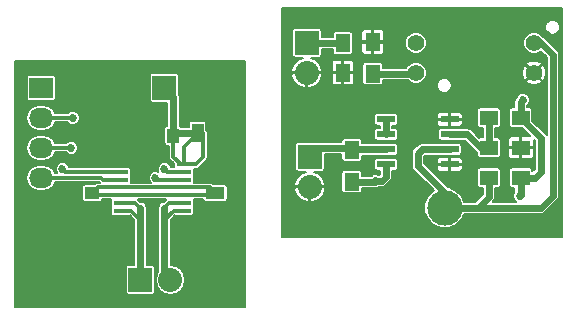
<source format=gtl>
G04 #@! TF.FileFunction,Copper,L1,Top,Signal*
%FSLAX46Y46*%
G04 Gerber Fmt 4.6, Leading zero omitted, Abs format (unit mm)*
G04 Created by KiCad (PCBNEW 0.201506222247+5806~23~ubuntu14.04.1-product) date Tue 30 Jun 2015 21:50:21 CEST*
%MOMM*%
G01*
G04 APERTURE LIST*
%ADD10C,0.100000*%
%ADD11R,1.250000X1.500000*%
%ADD12R,2.032000X2.032000*%
%ADD13O,2.032000X2.032000*%
%ADD14R,1.300000X1.500000*%
%ADD15R,1.500000X1.300000*%
%ADD16C,2.999740*%
%ADD17C,1.400000*%
%ADD18R,1.550000X0.600000*%
%ADD19R,1.000000X1.250000*%
%ADD20R,1.000000X1.600000*%
%ADD21R,1.250000X1.000000*%
%ADD22R,1.600000X1.000000*%
%ADD23R,2.032000X1.727200*%
%ADD24O,2.032000X1.727200*%
%ADD25R,1.270000X0.406400*%
%ADD26C,0.685800*%
%ADD27C,0.609600*%
%ADD28C,0.304800*%
%ADD29C,0.152400*%
G04 APERTURE END LIST*
D10*
D11*
X153924000Y-86380000D03*
X153924000Y-88880000D03*
D12*
X150876000Y-86360000D03*
D13*
X150876000Y-88900000D03*
D12*
X151130000Y-96012000D03*
D13*
X151130000Y-98552000D03*
D14*
X154686000Y-98124000D03*
X154686000Y-95424000D03*
D15*
X168990000Y-97790000D03*
X166290000Y-97790000D03*
D14*
X156464000Y-88980000D03*
X156464000Y-86280000D03*
D15*
X168990000Y-92710000D03*
X166290000Y-92710000D03*
X166290000Y-95250000D03*
X168990000Y-95250000D03*
D16*
X162560000Y-100330000D03*
D17*
X170100000Y-88900000D03*
X170100000Y-86360000D03*
X160100000Y-88900000D03*
X160100000Y-86360000D03*
D18*
X162974000Y-96647000D03*
X162974000Y-95377000D03*
X162974000Y-94107000D03*
X162974000Y-92837000D03*
X157574000Y-92837000D03*
X157574000Y-94107000D03*
X157574000Y-95377000D03*
X157574000Y-96647000D03*
D19*
X139557000Y-94234000D03*
X137557000Y-94234000D03*
D20*
X141629000Y-93980000D03*
X144629000Y-93980000D03*
D21*
X132715000Y-99076000D03*
X132715000Y-101076000D03*
D22*
X143129000Y-99084000D03*
X143129000Y-102084000D03*
D12*
X138811000Y-90170000D03*
D13*
X136271000Y-90170000D03*
D23*
X128397000Y-90170000D03*
D24*
X128397000Y-92710000D03*
X128397000Y-95250000D03*
X128397000Y-97790000D03*
D12*
X136779000Y-106426000D03*
D13*
X139319000Y-106426000D03*
D25*
X135128000Y-96647000D03*
X135128000Y-97282000D03*
X135128000Y-97942400D03*
X135128000Y-98602800D03*
X135128000Y-99237800D03*
X135128000Y-99898200D03*
X135128000Y-100558600D03*
X135128000Y-101193600D03*
X135128000Y-101854000D03*
X135128000Y-102489000D03*
X140462000Y-102489000D03*
X140462000Y-101854000D03*
X140462000Y-101193600D03*
X140462000Y-100558600D03*
X140462000Y-99898200D03*
X140462000Y-99237800D03*
X140462000Y-98602800D03*
X140462000Y-97942400D03*
X140462000Y-97282000D03*
X140462000Y-96647000D03*
D26*
X168910000Y-99314000D03*
X169164000Y-91186000D03*
X156718000Y-98044000D03*
X144145000Y-88646000D03*
X144145000Y-89916000D03*
X144145000Y-91186000D03*
X144145000Y-92456000D03*
X142875000Y-92456000D03*
X142875000Y-91186000D03*
X142875000Y-89916000D03*
X142875000Y-88646000D03*
X141605000Y-88646000D03*
X141605000Y-89916000D03*
X141605000Y-91186000D03*
X137795000Y-92456000D03*
X136525000Y-92456000D03*
X135255000Y-92456000D03*
X135255000Y-93726000D03*
X133985000Y-93726000D03*
X133985000Y-92456000D03*
X132715000Y-92456000D03*
X131445000Y-91186000D03*
X132715000Y-91186000D03*
X133985000Y-91186000D03*
X133985000Y-89916000D03*
X132715000Y-89916000D03*
X131445000Y-89916000D03*
X130175000Y-89916000D03*
X131445000Y-88646000D03*
X132715000Y-88646000D03*
X133985000Y-88646000D03*
X144145000Y-96266000D03*
X142875000Y-96266000D03*
X142875000Y-97536000D03*
X144145000Y-97536000D03*
X144145000Y-103886000D03*
X144145000Y-105156000D03*
X144145000Y-106426000D03*
X144145000Y-107696000D03*
X142875000Y-107696000D03*
X142875000Y-106426000D03*
X142875000Y-105156000D03*
X142875000Y-103886000D03*
X141605000Y-103886000D03*
X141605000Y-105156000D03*
X141605000Y-106426000D03*
X141605000Y-107696000D03*
X137795000Y-100076000D03*
X137795000Y-101346000D03*
X137795000Y-102616000D03*
X135255000Y-103886000D03*
X133985000Y-103886000D03*
X133985000Y-102616000D03*
X128905000Y-107696000D03*
X130175000Y-107696000D03*
X131445000Y-107696000D03*
X131445000Y-106426000D03*
X130175000Y-106426000D03*
X128905000Y-106426000D03*
X127635000Y-106426000D03*
X127635000Y-105156000D03*
X128905000Y-105156000D03*
X130175000Y-105156000D03*
X131445000Y-105156000D03*
X131445000Y-103886000D03*
X130175000Y-103886000D03*
X128905000Y-103886000D03*
X127635000Y-103886000D03*
X127635000Y-102616000D03*
X128905000Y-102616000D03*
X128905000Y-101346000D03*
X127635000Y-101346000D03*
X127635000Y-100076000D03*
X128905000Y-100076000D03*
X130175000Y-100076000D03*
X130175000Y-101346000D03*
X130175000Y-102616000D03*
X131445000Y-102616000D03*
X132715000Y-102616000D03*
X132715000Y-103886000D03*
X132715000Y-105156000D03*
X132715000Y-106426000D03*
X132715000Y-107696000D03*
X133985000Y-107696000D03*
X133985000Y-106426000D03*
X133985000Y-105156000D03*
X127635000Y-107696000D03*
X130175000Y-97028000D03*
X131064000Y-92710000D03*
X138811000Y-97028000D03*
X130937000Y-95250000D03*
X138049000Y-97790000D03*
D27*
X153924000Y-86380000D02*
X150896000Y-86380000D01*
X150896000Y-86380000D02*
X150876000Y-86360000D01*
X168990000Y-97790000D02*
X168990000Y-99234000D01*
X168990000Y-99234000D02*
X168910000Y-99314000D01*
X168990000Y-92710000D02*
X168990000Y-91360000D01*
X168990000Y-91360000D02*
X169164000Y-91186000D01*
X168990000Y-97790000D02*
X170180000Y-97790000D01*
X170688000Y-94408000D02*
X168990000Y-92710000D01*
X170688000Y-97282000D02*
X170688000Y-94408000D01*
X170180000Y-97790000D02*
X170688000Y-97282000D01*
X156718000Y-98044000D02*
X157226000Y-98044000D01*
X156638000Y-98124000D02*
X156718000Y-98044000D01*
X154686000Y-98124000D02*
X156638000Y-98124000D01*
X157226000Y-98044000D02*
X157574000Y-97696000D01*
X157574000Y-97696000D02*
X157574000Y-96647000D01*
D28*
X144145000Y-91186000D02*
X144145000Y-89916000D01*
X142875000Y-92456000D02*
X144145000Y-92456000D01*
X142875000Y-89916000D02*
X142875000Y-91186000D01*
X141605000Y-88646000D02*
X142875000Y-88646000D01*
X141605000Y-91186000D02*
X141605000Y-89916000D01*
X136525000Y-92456000D02*
X137795000Y-92456000D01*
X135255000Y-93726000D02*
X135255000Y-92456000D01*
X133985000Y-92456000D02*
X133985000Y-93726000D01*
X131445000Y-91186000D02*
X132715000Y-92456000D01*
X133985000Y-91186000D02*
X132715000Y-91186000D01*
X132715000Y-89916000D02*
X133985000Y-89916000D01*
X130175000Y-89916000D02*
X131445000Y-89916000D01*
X132715000Y-88646000D02*
X131445000Y-88646000D01*
X135509000Y-90170000D02*
X133985000Y-88646000D01*
X136271000Y-90170000D02*
X135509000Y-90170000D01*
X144629000Y-95782000D02*
X144145000Y-96266000D01*
X142875000Y-96266000D02*
X142875000Y-97536000D01*
X144629000Y-93980000D02*
X144629000Y-95782000D01*
X143129000Y-102870000D02*
X144145000Y-103886000D01*
X144145000Y-105156000D02*
X144145000Y-106426000D01*
X144145000Y-107696000D02*
X142875000Y-107696000D01*
X142875000Y-106426000D02*
X142875000Y-105156000D01*
X142875000Y-103886000D02*
X141605000Y-103886000D01*
X141605000Y-105156000D02*
X141605000Y-106426000D01*
X143129000Y-102084000D02*
X143129000Y-102870000D01*
D29*
X137795000Y-102616000D02*
X137795000Y-101346000D01*
X133985000Y-103886000D02*
X135255000Y-103886000D01*
X132715000Y-101346000D02*
X133985000Y-102616000D01*
X132715000Y-101076000D02*
X132715000Y-101346000D01*
X133985000Y-105156000D02*
X133985000Y-103886000D01*
X130175000Y-107696000D02*
X128905000Y-107696000D01*
X131445000Y-106426000D02*
X131445000Y-107696000D01*
X128905000Y-106426000D02*
X130175000Y-106426000D01*
X127635000Y-105156000D02*
X127635000Y-106426000D01*
X130175000Y-105156000D02*
X128905000Y-105156000D01*
X131445000Y-103886000D02*
X131445000Y-105156000D01*
X128905000Y-103886000D02*
X130175000Y-103886000D01*
X127635000Y-102616000D02*
X127635000Y-103886000D01*
X128905000Y-101346000D02*
X128905000Y-102616000D01*
X127635000Y-100076000D02*
X127635000Y-101346000D01*
X130175000Y-100076000D02*
X128905000Y-100076000D01*
X130175000Y-102616000D02*
X130175000Y-101346000D01*
X132715000Y-102616000D02*
X131445000Y-102616000D01*
X132715000Y-105156000D02*
X132715000Y-103886000D01*
X132715000Y-107696000D02*
X132715000Y-106426000D01*
X133985000Y-106426000D02*
X133985000Y-107696000D01*
D27*
X157574000Y-95377000D02*
X154733000Y-95377000D01*
X154733000Y-95377000D02*
X154606000Y-95250000D01*
X154606000Y-95250000D02*
X151892000Y-95250000D01*
X151892000Y-95250000D02*
X151130000Y-96012000D01*
X170100000Y-86360000D02*
X170688000Y-86360000D01*
X170688000Y-86360000D02*
X171704000Y-87376000D01*
X170688000Y-100330000D02*
X164592000Y-100330000D01*
X171704000Y-99314000D02*
X170688000Y-100330000D01*
X171704000Y-87376000D02*
X171704000Y-99314000D01*
X170100000Y-86360000D02*
X170434000Y-86360000D01*
X160655000Y-95377000D02*
X162974000Y-95377000D01*
X160274000Y-95758000D02*
X160655000Y-95377000D01*
X162560000Y-100330000D02*
X164592000Y-100330000D01*
X164592000Y-100330000D02*
X165354000Y-100330000D01*
X166290000Y-99394000D02*
X166290000Y-97790000D01*
X165354000Y-100330000D02*
X166290000Y-99394000D01*
X160274000Y-96774000D02*
X160274000Y-95758000D01*
X162560000Y-100330000D02*
X162560000Y-99060000D01*
X162560000Y-99060000D02*
X160274000Y-96774000D01*
X160020000Y-88980000D02*
X160100000Y-88900000D01*
X156464000Y-88980000D02*
X160020000Y-88980000D01*
X166290000Y-95250000D02*
X165608000Y-95250000D01*
X165608000Y-95250000D02*
X164465000Y-94107000D01*
X164465000Y-94107000D02*
X162974000Y-94107000D01*
X166290000Y-92710000D02*
X166290000Y-95250000D01*
X157574000Y-92837000D02*
X157574000Y-94107000D01*
D28*
X141629000Y-94210000D02*
X141629000Y-93980000D01*
X140462000Y-96647000D02*
X141478000Y-96647000D01*
X142113000Y-94742000D02*
X142113000Y-93980000D01*
X142113000Y-96012000D02*
X142113000Y-94742000D01*
X141478000Y-96647000D02*
X142113000Y-96012000D01*
X142113000Y-93980000D02*
X141629000Y-93980000D01*
D27*
X139557000Y-94234000D02*
X139557000Y-93742000D01*
X139557000Y-93742000D02*
X139573000Y-92710000D01*
X139573000Y-92710000D02*
X139573000Y-90932000D01*
X139573000Y-90932000D02*
X138811000Y-90170000D01*
X141629000Y-93980000D02*
X139811000Y-93980000D01*
X139811000Y-93980000D02*
X139557000Y-94234000D01*
D28*
X139557000Y-95996000D02*
X139557000Y-94234000D01*
X140208000Y-96647000D02*
X139557000Y-95996000D01*
X140462000Y-96647000D02*
X140208000Y-96647000D01*
X140462000Y-95147000D02*
X141629000Y-93980000D01*
X140462000Y-96647000D02*
X140462000Y-95147000D01*
X140462000Y-99237800D02*
X142975200Y-99237800D01*
X142975200Y-99237800D02*
X143129000Y-99084000D01*
X140462000Y-98602800D02*
X142647800Y-98602800D01*
X142647800Y-98602800D02*
X143129000Y-99084000D01*
X135128000Y-99237800D02*
X132876800Y-99237800D01*
X132876800Y-99237800D02*
X132715000Y-99076000D01*
X135128000Y-98602800D02*
X133188200Y-98602800D01*
X133188200Y-98602800D02*
X132715000Y-99076000D01*
X135128000Y-99237800D02*
X140462000Y-99237800D01*
X135128000Y-98602800D02*
X140462000Y-98602800D01*
X132934200Y-98856800D02*
X132715000Y-99076000D01*
X130429000Y-97282000D02*
X135128000Y-97282000D01*
X130175000Y-97028000D02*
X130429000Y-97282000D01*
X138811000Y-97028000D02*
X139065000Y-97282000D01*
X139065000Y-97282000D02*
X140462000Y-97282000D01*
X128397000Y-92710000D02*
X131064000Y-92710000D01*
X138049000Y-97790000D02*
X138201400Y-97942400D01*
X138201400Y-97942400D02*
X140462000Y-97942400D01*
X128397000Y-95250000D02*
X130937000Y-95250000D01*
X128397000Y-97790000D02*
X133477000Y-97790000D01*
X133629400Y-97942400D02*
X135128000Y-97942400D01*
X133477000Y-97790000D02*
X133629400Y-97942400D01*
X128651000Y-97536000D02*
X128397000Y-97790000D01*
X135128000Y-100558600D02*
X135991600Y-100558600D01*
X135991600Y-100558600D02*
X136779000Y-101346000D01*
D27*
X136779000Y-106426000D02*
X136779000Y-101346000D01*
X136779000Y-101346000D02*
X136779000Y-100330000D01*
D28*
X136347200Y-99898200D02*
X136779000Y-100330000D01*
X136347200Y-99898200D02*
X135128000Y-99898200D01*
X139598400Y-100558600D02*
X138811000Y-101346000D01*
X140462000Y-100558600D02*
X139598400Y-100558600D01*
D27*
X138811000Y-101346000D02*
X138811000Y-100330000D01*
X138811000Y-105918000D02*
X138811000Y-101346000D01*
D28*
X139242800Y-99898200D02*
X138811000Y-100330000D01*
X139242800Y-99898200D02*
X140462000Y-99898200D01*
D27*
X138811000Y-105918000D02*
X139319000Y-106426000D01*
D29*
G36*
X172441400Y-102793800D02*
X148741600Y-102793800D01*
X148741600Y-98602800D01*
X149867372Y-98602800D01*
X149809268Y-98812617D01*
X149810066Y-98816645D01*
X150011815Y-99301617D01*
X150383798Y-99672467D01*
X150869383Y-99872736D01*
X151079200Y-99814695D01*
X151079200Y-98602800D01*
X151180800Y-98602800D01*
X151180800Y-99814695D01*
X151390617Y-99872736D01*
X151876202Y-99672467D01*
X152248185Y-99301617D01*
X152426074Y-98874000D01*
X153802921Y-98874000D01*
X153819833Y-98961164D01*
X153870158Y-99037774D01*
X153946129Y-99089056D01*
X154036000Y-99107079D01*
X155336000Y-99107079D01*
X155423164Y-99090167D01*
X155499774Y-99039842D01*
X155551056Y-98963871D01*
X155569079Y-98874000D01*
X155569079Y-98657400D01*
X156638000Y-98657400D01*
X156842123Y-98616797D01*
X156864555Y-98601809D01*
X156923628Y-98577400D01*
X157226000Y-98577400D01*
X157430123Y-98536797D01*
X157603171Y-98421171D01*
X157951171Y-98073171D01*
X158066797Y-97900124D01*
X158107400Y-97696000D01*
X158107400Y-97180079D01*
X158349000Y-97180079D01*
X158436164Y-97163167D01*
X158512774Y-97112842D01*
X158564056Y-97036871D01*
X158582079Y-96947000D01*
X158582079Y-96347000D01*
X158565167Y-96259836D01*
X158514842Y-96183226D01*
X158438871Y-96131944D01*
X158349000Y-96113921D01*
X157575614Y-96113921D01*
X157574000Y-96113600D01*
X157572386Y-96113921D01*
X156799000Y-96113921D01*
X155569079Y-96113921D01*
X155569079Y-95910400D01*
X157574000Y-95910400D01*
X157575614Y-95910079D01*
X158349000Y-95910079D01*
X158436164Y-95893167D01*
X158512774Y-95842842D01*
X158564056Y-95766871D01*
X158582079Y-95677000D01*
X158582079Y-95077000D01*
X158565167Y-94989836D01*
X158514842Y-94913226D01*
X158438871Y-94861944D01*
X158349000Y-94843921D01*
X157575614Y-94843921D01*
X157574000Y-94843600D01*
X155569079Y-94843600D01*
X155569079Y-94674000D01*
X155552167Y-94586836D01*
X155501842Y-94510226D01*
X155425871Y-94458944D01*
X155336000Y-94440921D01*
X154036000Y-94440921D01*
X153948836Y-94457833D01*
X153872226Y-94508158D01*
X153820944Y-94584129D01*
X153802921Y-94674000D01*
X153802921Y-94716600D01*
X151892005Y-94716600D01*
X151892000Y-94716599D01*
X151687877Y-94757203D01*
X151679319Y-94762921D01*
X150114000Y-94762921D01*
X150026836Y-94779833D01*
X149950226Y-94830158D01*
X149898944Y-94906129D01*
X149880921Y-94996000D01*
X149880921Y-97028000D01*
X149897833Y-97115164D01*
X149948158Y-97191774D01*
X150024129Y-97243056D01*
X150114000Y-97261079D01*
X150797092Y-97261079D01*
X150383798Y-97431533D01*
X150011815Y-97802383D01*
X149810066Y-98287355D01*
X149809268Y-98291383D01*
X149867372Y-98501200D01*
X151079200Y-98501200D01*
X151079200Y-98481200D01*
X151180800Y-98481200D01*
X151180800Y-98501200D01*
X152392628Y-98501200D01*
X152450732Y-98291383D01*
X152449934Y-98287355D01*
X152248185Y-97802383D01*
X151876202Y-97431533D01*
X151462908Y-97261079D01*
X152146000Y-97261079D01*
X152233164Y-97244167D01*
X152309774Y-97193842D01*
X152361056Y-97117871D01*
X152379079Y-97028000D01*
X152379079Y-95783400D01*
X153802921Y-95783400D01*
X153802921Y-96174000D01*
X153819833Y-96261164D01*
X153870158Y-96337774D01*
X153946129Y-96389056D01*
X154036000Y-96407079D01*
X155336000Y-96407079D01*
X155423164Y-96390167D01*
X155499774Y-96339842D01*
X155551056Y-96263871D01*
X155569079Y-96174000D01*
X155569079Y-96113921D01*
X156799000Y-96113921D01*
X155569079Y-96113921D01*
X155569079Y-96113921D01*
X156799000Y-96113921D01*
X156711836Y-96130833D01*
X156635226Y-96181158D01*
X156583944Y-96257129D01*
X156565921Y-96347000D01*
X156565921Y-96947000D01*
X156582833Y-97034164D01*
X156633158Y-97110774D01*
X156709129Y-97162056D01*
X156799000Y-97180079D01*
X157040600Y-97180079D01*
X157040600Y-97475058D01*
X157005058Y-97510600D01*
X156923691Y-97510600D01*
X156832177Y-97472600D01*
X156604820Y-97472401D01*
X156394694Y-97559224D01*
X156363263Y-97590600D01*
X155569079Y-97590600D01*
X155569079Y-97374000D01*
X155552167Y-97286836D01*
X155501842Y-97210226D01*
X155425871Y-97158944D01*
X155336000Y-97140921D01*
X154036000Y-97140921D01*
X153948836Y-97157833D01*
X153872226Y-97208158D01*
X153820944Y-97284129D01*
X153802921Y-97374000D01*
X153802921Y-98874000D01*
X152426074Y-98874000D01*
X152449934Y-98816645D01*
X152450732Y-98812617D01*
X152392628Y-98602800D01*
X151180800Y-98602800D01*
X151079200Y-98602800D01*
X151079200Y-98602800D01*
X149867372Y-98602800D01*
X148741600Y-98602800D01*
X148741600Y-92303921D01*
X156799000Y-92303921D01*
X156711836Y-92320833D01*
X156635226Y-92371158D01*
X156583944Y-92447129D01*
X156565921Y-92537000D01*
X156565921Y-93137000D01*
X156582833Y-93224164D01*
X156633158Y-93300774D01*
X156709129Y-93352056D01*
X156799000Y-93370079D01*
X157040600Y-93370079D01*
X157040600Y-93573921D01*
X156799000Y-93573921D01*
X156711836Y-93590833D01*
X156635226Y-93641158D01*
X156583944Y-93717129D01*
X156565921Y-93807000D01*
X156565921Y-94407000D01*
X156582833Y-94494164D01*
X156633158Y-94570774D01*
X156709129Y-94622056D01*
X156799000Y-94640079D01*
X157572386Y-94640079D01*
X157574000Y-94640400D01*
X157575614Y-94640079D01*
X158349000Y-94640079D01*
X158436164Y-94623167D01*
X158512774Y-94572842D01*
X158564056Y-94496871D01*
X158582079Y-94407000D01*
X158582079Y-93807000D01*
X158565167Y-93719836D01*
X158514842Y-93643226D01*
X158438871Y-93591944D01*
X158349000Y-93573921D01*
X158107400Y-93573921D01*
X158107400Y-93370079D01*
X158349000Y-93370079D01*
X158436164Y-93353167D01*
X158512774Y-93302842D01*
X158564056Y-93226871D01*
X158582079Y-93137000D01*
X158582079Y-92887800D01*
X161951350Y-92887800D01*
X161868800Y-92970350D01*
X161868800Y-93202681D01*
X161919070Y-93324043D01*
X162011957Y-93416930D01*
X162133319Y-93467200D01*
X162840650Y-93467200D01*
X162923200Y-93384650D01*
X162923200Y-92887800D01*
X163024800Y-92887800D01*
X163024800Y-93384650D01*
X163107350Y-93467200D01*
X163814681Y-93467200D01*
X163936043Y-93416930D01*
X164028930Y-93324043D01*
X164079200Y-93202681D01*
X164079200Y-92970350D01*
X163996650Y-92887800D01*
X163024800Y-92887800D01*
X162923200Y-92887800D01*
X162923200Y-92887800D01*
X161951350Y-92887800D01*
X158582079Y-92887800D01*
X158582079Y-92537000D01*
X158565167Y-92449836D01*
X158514842Y-92373226D01*
X158438871Y-92321944D01*
X158349000Y-92303921D01*
X157575614Y-92303921D01*
X157574000Y-92303600D01*
X157572386Y-92303921D01*
X156799000Y-92303921D01*
X148741600Y-92303921D01*
X148741600Y-92206800D01*
X162133319Y-92206800D01*
X162011957Y-92257070D01*
X161919070Y-92349957D01*
X161868800Y-92471319D01*
X161868800Y-92703650D01*
X161951350Y-92786200D01*
X162923200Y-92786200D01*
X162923200Y-92289350D01*
X162840650Y-92206800D01*
X163107350Y-92206800D01*
X163024800Y-92289350D01*
X163024800Y-92786200D01*
X163996650Y-92786200D01*
X164079200Y-92703650D01*
X164079200Y-92471319D01*
X164028930Y-92349957D01*
X163936043Y-92257070D01*
X163814681Y-92206800D01*
X163107350Y-92206800D01*
X162840650Y-92206800D01*
X162840650Y-92206800D01*
X162133319Y-92206800D01*
X148741600Y-92206800D01*
X148741600Y-90614401D01*
X169050820Y-90614401D01*
X168840694Y-90701224D01*
X168679789Y-90861849D01*
X168641430Y-90954228D01*
X168612829Y-90982829D01*
X168497203Y-91155877D01*
X168456600Y-91360000D01*
X168456600Y-91826921D01*
X168240000Y-91826921D01*
X168152836Y-91843833D01*
X168076226Y-91894158D01*
X168024944Y-91970129D01*
X168006921Y-92060000D01*
X168006921Y-93360000D01*
X168023833Y-93447164D01*
X168074158Y-93523774D01*
X168150129Y-93575056D01*
X168240000Y-93593079D01*
X169118737Y-93593079D01*
X169795459Y-94269800D01*
X169123350Y-94269800D01*
X169040800Y-94352350D01*
X169040800Y-95199200D01*
X169987650Y-95199200D01*
X170070200Y-95116650D01*
X170070200Y-94544541D01*
X170154600Y-94628941D01*
X170154600Y-97061059D01*
X169973079Y-97242579D01*
X169973079Y-97140000D01*
X169956167Y-97052836D01*
X169905842Y-96976226D01*
X169829871Y-96924944D01*
X169740000Y-96906921D01*
X168240000Y-96906921D01*
X168152836Y-96923833D01*
X168076226Y-96974158D01*
X168024944Y-97050129D01*
X168006921Y-97140000D01*
X168006921Y-98440000D01*
X168023833Y-98527164D01*
X168074158Y-98603774D01*
X168150129Y-98655056D01*
X168240000Y-98673079D01*
X168456600Y-98673079D01*
X168456600Y-98959092D01*
X168425789Y-98989849D01*
X168338600Y-99199823D01*
X168338401Y-99427180D01*
X168425224Y-99637306D01*
X168584241Y-99796600D01*
X166641742Y-99796600D01*
X166667171Y-99771171D01*
X166782797Y-99598123D01*
X166823400Y-99394000D01*
X166823400Y-98673079D01*
X167040000Y-98673079D01*
X167127164Y-98656167D01*
X167203774Y-98605842D01*
X167255056Y-98529871D01*
X167273079Y-98440000D01*
X167273079Y-97140000D01*
X167256167Y-97052836D01*
X167205842Y-96976226D01*
X167129871Y-96924944D01*
X167040000Y-96906921D01*
X165540000Y-96906921D01*
X165452836Y-96923833D01*
X165376226Y-96974158D01*
X165324944Y-97050129D01*
X165306921Y-97140000D01*
X165306921Y-98440000D01*
X165323833Y-98527164D01*
X165374158Y-98603774D01*
X165450129Y-98655056D01*
X165540000Y-98673079D01*
X165756600Y-98673079D01*
X165756600Y-99173058D01*
X165133058Y-99796600D01*
X164209811Y-99796600D01*
X164026180Y-99352179D01*
X163540378Y-98865529D01*
X162905322Y-98601830D01*
X162856129Y-98601787D01*
X160952142Y-96697800D01*
X161951350Y-96697800D01*
X161868800Y-96780350D01*
X161868800Y-97012681D01*
X161919070Y-97134043D01*
X162011957Y-97226930D01*
X162133319Y-97277200D01*
X162840650Y-97277200D01*
X162923200Y-97194650D01*
X162923200Y-96697800D01*
X163024800Y-96697800D01*
X162923200Y-96697800D01*
X162923200Y-96697800D01*
X163024800Y-96697800D01*
X163024800Y-97194650D01*
X163107350Y-97277200D01*
X163814681Y-97277200D01*
X163936043Y-97226930D01*
X164028930Y-97134043D01*
X164079200Y-97012681D01*
X164079200Y-96780350D01*
X163996650Y-96697800D01*
X163024800Y-96697800D01*
X162923200Y-96697800D01*
X162923200Y-96697800D01*
X161951350Y-96697800D01*
X160952142Y-96697800D01*
X160807400Y-96553058D01*
X160807400Y-96016800D01*
X162133319Y-96016800D01*
X162011957Y-96067070D01*
X161919070Y-96159957D01*
X161868800Y-96281319D01*
X161868800Y-96513650D01*
X161951350Y-96596200D01*
X162923200Y-96596200D01*
X162923200Y-96099350D01*
X162840650Y-96016800D01*
X163107350Y-96016800D01*
X163024800Y-96099350D01*
X163024800Y-96596200D01*
X163996650Y-96596200D01*
X164079200Y-96513650D01*
X164079200Y-96281319D01*
X164037204Y-96179930D01*
X168052957Y-96179930D01*
X168174319Y-96230200D01*
X168856650Y-96230200D01*
X168939200Y-96147650D01*
X168939200Y-95300800D01*
X169040800Y-95300800D01*
X169040800Y-96147650D01*
X169123350Y-96230200D01*
X169805681Y-96230200D01*
X169927043Y-96179930D01*
X170019930Y-96087043D01*
X170070200Y-95965681D01*
X170070200Y-95383350D01*
X169987650Y-95300800D01*
X169040800Y-95300800D01*
X168939200Y-95300800D01*
X168939200Y-95300800D01*
X167992350Y-95300800D01*
X167273079Y-95300800D01*
X167273079Y-94600000D01*
X167256167Y-94512836D01*
X167205842Y-94436226D01*
X167129871Y-94384944D01*
X167040000Y-94366921D01*
X166823400Y-94366921D01*
X166823400Y-94269800D01*
X168174319Y-94269800D01*
X168052957Y-94320070D01*
X167960070Y-94412957D01*
X167909800Y-94534319D01*
X167909800Y-95116650D01*
X167992350Y-95199200D01*
X168939200Y-95199200D01*
X168939200Y-94352350D01*
X168856650Y-94269800D01*
X168174319Y-94269800D01*
X166823400Y-94269800D01*
X166823400Y-93593079D01*
X167040000Y-93593079D01*
X167127164Y-93576167D01*
X167203774Y-93525842D01*
X167255056Y-93449871D01*
X167273079Y-93360000D01*
X167273079Y-92060000D01*
X167256167Y-91972836D01*
X167205842Y-91896226D01*
X167129871Y-91844944D01*
X167040000Y-91826921D01*
X165540000Y-91826921D01*
X165452836Y-91843833D01*
X165376226Y-91894158D01*
X165324944Y-91970129D01*
X165306921Y-92060000D01*
X165306921Y-93360000D01*
X165323833Y-93447164D01*
X165374158Y-93523774D01*
X165450129Y-93575056D01*
X165540000Y-93593079D01*
X165756600Y-93593079D01*
X165756600Y-94366921D01*
X165540000Y-94366921D01*
X165489133Y-94376791D01*
X164842171Y-93729829D01*
X164669123Y-93614203D01*
X164465000Y-93573600D01*
X162974000Y-93573600D01*
X162972386Y-93573921D01*
X162199000Y-93573921D01*
X162111836Y-93590833D01*
X162035226Y-93641158D01*
X161983944Y-93717129D01*
X161965921Y-93807000D01*
X161965921Y-94407000D01*
X161982833Y-94494164D01*
X162033158Y-94570774D01*
X162109129Y-94622056D01*
X162199000Y-94640079D01*
X162972386Y-94640079D01*
X162974000Y-94640400D01*
X164244058Y-94640400D01*
X165230829Y-95627171D01*
X165306921Y-95678014D01*
X165306921Y-95900000D01*
X165323833Y-95987164D01*
X165374158Y-96063774D01*
X165450129Y-96115056D01*
X165540000Y-96133079D01*
X167040000Y-96133079D01*
X167127164Y-96116167D01*
X167203774Y-96065842D01*
X167255056Y-95989871D01*
X167273079Y-95900000D01*
X167273079Y-95300800D01*
X167992350Y-95300800D01*
X167273079Y-95300800D01*
X167273079Y-95300800D01*
X167992350Y-95300800D01*
X167909800Y-95383350D01*
X167909800Y-95965681D01*
X167960070Y-96087043D01*
X168052957Y-96179930D01*
X164037204Y-96179930D01*
X164028930Y-96159957D01*
X163936043Y-96067070D01*
X163814681Y-96016800D01*
X163107350Y-96016800D01*
X162840650Y-96016800D01*
X162840650Y-96016800D01*
X162133319Y-96016800D01*
X160807400Y-96016800D01*
X160807400Y-95978942D01*
X160875941Y-95910400D01*
X162974000Y-95910400D01*
X162975614Y-95910079D01*
X163749000Y-95910079D01*
X163836164Y-95893167D01*
X163912774Y-95842842D01*
X163964056Y-95766871D01*
X163982079Y-95677000D01*
X163982079Y-95077000D01*
X163965167Y-94989836D01*
X163914842Y-94913226D01*
X163838871Y-94861944D01*
X163749000Y-94843921D01*
X162975614Y-94843921D01*
X162974000Y-94843600D01*
X160655000Y-94843600D01*
X160450876Y-94884203D01*
X160381563Y-94930516D01*
X160277829Y-94999829D01*
X160277827Y-94999832D01*
X159896829Y-95380829D01*
X159781203Y-95553877D01*
X159740600Y-95758000D01*
X159740600Y-96774000D01*
X159781203Y-96978123D01*
X159896829Y-97151171D01*
X161601496Y-98855838D01*
X161582179Y-98863820D01*
X161095529Y-99349622D01*
X160831830Y-99984678D01*
X160831230Y-100672306D01*
X161093820Y-101307821D01*
X161579622Y-101794471D01*
X162214678Y-102058170D01*
X162902306Y-102058770D01*
X163537821Y-101796180D01*
X164024471Y-101310378D01*
X164210073Y-100863400D01*
X170688000Y-100863400D01*
X170892123Y-100822797D01*
X171065171Y-100707171D01*
X172081171Y-99691171D01*
X172196797Y-99518123D01*
X172237400Y-99314000D01*
X172237400Y-87376000D01*
X172196797Y-87171877D01*
X172081171Y-86998829D01*
X171065171Y-85982829D01*
X170904561Y-85875514D01*
X170887688Y-85834678D01*
X170626696Y-85573231D01*
X170285520Y-85431562D01*
X169916100Y-85431240D01*
X169574678Y-85572312D01*
X160624483Y-85572312D01*
X160285520Y-85431562D01*
X159916100Y-85431240D01*
X159574678Y-85572312D01*
X159313231Y-85833304D01*
X159171562Y-86174480D01*
X159171240Y-86543900D01*
X159312312Y-86885322D01*
X159573304Y-87146769D01*
X159914480Y-87288438D01*
X160283900Y-87288760D01*
X160625322Y-87147688D01*
X160886769Y-86886696D01*
X161028438Y-86545520D01*
X161028760Y-86176100D01*
X160887688Y-85834678D01*
X160626696Y-85573231D01*
X160624483Y-85572312D01*
X169574678Y-85572312D01*
X160624483Y-85572312D01*
X160624483Y-85572312D01*
X169574678Y-85572312D01*
X169313231Y-85833304D01*
X169171562Y-86174480D01*
X169171240Y-86543900D01*
X169312312Y-86885322D01*
X169573304Y-87146769D01*
X169914480Y-87288438D01*
X170283900Y-87288760D01*
X170625322Y-87147688D01*
X170673376Y-87099718D01*
X171170600Y-87596942D01*
X151954553Y-87596942D01*
X151979164Y-87592167D01*
X152055774Y-87541842D01*
X152107056Y-87465871D01*
X152125079Y-87376000D01*
X152125079Y-86913400D01*
X153065921Y-86913400D01*
X153065921Y-87130000D01*
X153082833Y-87217164D01*
X153133158Y-87293774D01*
X153209129Y-87345056D01*
X153299000Y-87363079D01*
X154549000Y-87363079D01*
X154636164Y-87346167D01*
X154712774Y-87295842D01*
X154764056Y-87219871D01*
X154782079Y-87130000D01*
X154782079Y-86330800D01*
X155566350Y-86330800D01*
X155483800Y-86413350D01*
X155483800Y-87095681D01*
X155534070Y-87217043D01*
X155626957Y-87309930D01*
X155748319Y-87360200D01*
X156330650Y-87360200D01*
X156413200Y-87277650D01*
X156413200Y-86330800D01*
X156514800Y-86330800D01*
X156413200Y-86330800D01*
X156413200Y-86330800D01*
X156514800Y-86330800D01*
X156514800Y-87277650D01*
X156597350Y-87360200D01*
X157179681Y-87360200D01*
X157301043Y-87309930D01*
X157393930Y-87217043D01*
X157444200Y-87095681D01*
X157444200Y-86413350D01*
X157361650Y-86330800D01*
X156514800Y-86330800D01*
X156413200Y-86330800D01*
X156413200Y-86330800D01*
X155566350Y-86330800D01*
X154782079Y-86330800D01*
X154782079Y-85630000D01*
X154765167Y-85542836D01*
X154714842Y-85466226D01*
X154638871Y-85414944D01*
X154549000Y-85396921D01*
X153299000Y-85396921D01*
X153211836Y-85413833D01*
X153135226Y-85464158D01*
X153083944Y-85540129D01*
X153065921Y-85630000D01*
X153065921Y-85846600D01*
X152125079Y-85846600D01*
X152125079Y-85344000D01*
X152108167Y-85256836D01*
X152070701Y-85199800D01*
X155748319Y-85199800D01*
X155626957Y-85250070D01*
X155534070Y-85342957D01*
X155483800Y-85464319D01*
X155483800Y-86146650D01*
X155566350Y-86229200D01*
X156413200Y-86229200D01*
X156413200Y-85282350D01*
X156330650Y-85199800D01*
X156597350Y-85199800D01*
X156514800Y-85282350D01*
X156514800Y-86229200D01*
X157361650Y-86229200D01*
X157444200Y-86146650D01*
X157444200Y-85464319D01*
X157393930Y-85342957D01*
X157301043Y-85250070D01*
X157179681Y-85199800D01*
X156597350Y-85199800D01*
X156330650Y-85199800D01*
X156330650Y-85199800D01*
X155748319Y-85199800D01*
X152070701Y-85199800D01*
X152057842Y-85180226D01*
X151981871Y-85128944D01*
X151892000Y-85110921D01*
X149860000Y-85110921D01*
X149772836Y-85127833D01*
X149696226Y-85178158D01*
X149644944Y-85254129D01*
X149626921Y-85344000D01*
X149626921Y-87376000D01*
X149643833Y-87463164D01*
X149694158Y-87539774D01*
X149770129Y-87591056D01*
X149860000Y-87609079D01*
X150543092Y-87609079D01*
X150129798Y-87779533D01*
X149757815Y-88150383D01*
X149556066Y-88635355D01*
X149555268Y-88639383D01*
X149613372Y-88849200D01*
X150825200Y-88849200D01*
X150825200Y-88829200D01*
X150926800Y-88829200D01*
X150926800Y-88849200D01*
X152138628Y-88849200D01*
X152196732Y-88639383D01*
X152195934Y-88635355D01*
X151994185Y-88150383D01*
X151642531Y-87799800D01*
X153233319Y-87799800D01*
X153111957Y-87850070D01*
X153019070Y-87942957D01*
X152968800Y-88064319D01*
X152968800Y-88746650D01*
X153051350Y-88829200D01*
X153873200Y-88829200D01*
X153873200Y-87882350D01*
X153790650Y-87799800D01*
X154057350Y-87799800D01*
X153790650Y-87799800D01*
X153790650Y-87799800D01*
X154057350Y-87799800D01*
X153974800Y-87882350D01*
X153974800Y-88829200D01*
X154796650Y-88829200D01*
X154879200Y-88746650D01*
X154879200Y-88064319D01*
X154828930Y-87942957D01*
X154757683Y-87871710D01*
X169885702Y-87871710D01*
X169524421Y-88021358D01*
X169452503Y-88180661D01*
X170100000Y-88828158D01*
X170747497Y-88180661D01*
X170675579Y-88021358D01*
X170295524Y-87867976D01*
X169885702Y-87871710D01*
X154757683Y-87871710D01*
X154736043Y-87850070D01*
X154614681Y-87799800D01*
X154057350Y-87799800D01*
X153790650Y-87799800D01*
X153790650Y-87799800D01*
X153233319Y-87799800D01*
X151642531Y-87799800D01*
X151622202Y-87779533D01*
X151208908Y-87609079D01*
X151892000Y-87609079D01*
X151954553Y-87596942D01*
X171170600Y-87596942D01*
X151954553Y-87596942D01*
X151954553Y-87596942D01*
X171170600Y-87596942D01*
X171170600Y-94188616D01*
X171116066Y-94107000D01*
X171065171Y-94030829D01*
X171065168Y-94030827D01*
X169973079Y-92938737D01*
X169973079Y-92060000D01*
X169956167Y-91972836D01*
X169905842Y-91896226D01*
X169829871Y-91844944D01*
X169740000Y-91826921D01*
X169523400Y-91826921D01*
X169523400Y-91634745D01*
X169648211Y-91510151D01*
X169735400Y-91300177D01*
X169735599Y-91072820D01*
X169648776Y-90862694D01*
X169488151Y-90701789D01*
X169278177Y-90614600D01*
X169050820Y-90614401D01*
X148741600Y-90614401D01*
X148741600Y-90335608D01*
X161966788Y-90335608D01*
X162143462Y-90512590D01*
X162374415Y-90608491D01*
X162624488Y-90608709D01*
X162855608Y-90513212D01*
X163032590Y-90336538D01*
X163128491Y-90105585D01*
X163128709Y-89855512D01*
X163033212Y-89624392D01*
X163028168Y-89619339D01*
X169452503Y-89619339D01*
X169524421Y-89778642D01*
X169904476Y-89932024D01*
X170314298Y-89928290D01*
X170675579Y-89778642D01*
X170747497Y-89619339D01*
X170100000Y-88971842D01*
X169452503Y-89619339D01*
X163028168Y-89619339D01*
X162856538Y-89447410D01*
X162625585Y-89351509D01*
X162375512Y-89351291D01*
X162144392Y-89446788D01*
X160866641Y-89446788D01*
X160886769Y-89426696D01*
X161028438Y-89085520D01*
X161028760Y-88716100D01*
X160887688Y-88374678D01*
X160837519Y-88324421D01*
X169221358Y-88324421D01*
X169067976Y-88704476D01*
X169071710Y-89114298D01*
X169221358Y-89475579D01*
X169380661Y-89547497D01*
X170028158Y-88900000D01*
X170171842Y-88900000D01*
X170819339Y-89547497D01*
X170978642Y-89475579D01*
X171132024Y-89095524D01*
X171128290Y-88685702D01*
X170978642Y-88324421D01*
X170819339Y-88252503D01*
X170171842Y-88900000D01*
X170028158Y-88900000D01*
X170028158Y-88900000D01*
X169380661Y-88252503D01*
X169221358Y-88324421D01*
X160837519Y-88324421D01*
X160626696Y-88113231D01*
X160285520Y-87971562D01*
X159916100Y-87971240D01*
X159574678Y-88112312D01*
X159313231Y-88373304D01*
X159282796Y-88446600D01*
X157347079Y-88446600D01*
X157347079Y-88230000D01*
X157330167Y-88142836D01*
X157279842Y-88066226D01*
X157203871Y-88014944D01*
X157114000Y-87996921D01*
X155814000Y-87996921D01*
X155726836Y-88013833D01*
X155650226Y-88064158D01*
X155598944Y-88140129D01*
X155580921Y-88230000D01*
X155580921Y-89730000D01*
X155597833Y-89817164D01*
X155648158Y-89893774D01*
X155724129Y-89945056D01*
X155814000Y-89963079D01*
X157114000Y-89963079D01*
X157201164Y-89946167D01*
X157277774Y-89895842D01*
X157329056Y-89819871D01*
X157347079Y-89730000D01*
X157347079Y-89513400D01*
X159400237Y-89513400D01*
X159573304Y-89686769D01*
X159914480Y-89828438D01*
X160283900Y-89828760D01*
X160625322Y-89687688D01*
X160866641Y-89446788D01*
X162144392Y-89446788D01*
X160866641Y-89446788D01*
X160866641Y-89446788D01*
X162144392Y-89446788D01*
X161967410Y-89623462D01*
X161871509Y-89854415D01*
X161871291Y-90104488D01*
X151418479Y-90104488D01*
X151622202Y-90020467D01*
X151994185Y-89649617D01*
X152195934Y-89164645D01*
X152196732Y-89160617D01*
X152138628Y-88950800D01*
X150926800Y-88950800D01*
X150926800Y-90162695D01*
X151136617Y-90220736D01*
X151418479Y-90104488D01*
X161871291Y-90104488D01*
X151418479Y-90104488D01*
X151418479Y-90104488D01*
X161871291Y-90104488D01*
X161966788Y-90335608D01*
X148741600Y-90335608D01*
X148741600Y-88950800D01*
X149613372Y-88950800D01*
X149555268Y-89160617D01*
X149556066Y-89164645D01*
X149757815Y-89649617D01*
X150129798Y-90020467D01*
X150615383Y-90220736D01*
X150825200Y-90162695D01*
X150825200Y-88950800D01*
X149613372Y-88950800D01*
X148741600Y-88950800D01*
X148741600Y-88930800D01*
X153051350Y-88930800D01*
X152968800Y-89013350D01*
X152968800Y-89695681D01*
X153019070Y-89817043D01*
X153111957Y-89909930D01*
X153233319Y-89960200D01*
X153790650Y-89960200D01*
X153873200Y-89877650D01*
X153873200Y-88930800D01*
X153974800Y-88930800D01*
X153873200Y-88930800D01*
X153873200Y-88930800D01*
X153974800Y-88930800D01*
X153974800Y-89877650D01*
X154057350Y-89960200D01*
X154614681Y-89960200D01*
X154736043Y-89909930D01*
X154828930Y-89817043D01*
X154879200Y-89695681D01*
X154879200Y-89013350D01*
X154796650Y-88930800D01*
X153974800Y-88930800D01*
X153873200Y-88930800D01*
X153873200Y-88930800D01*
X153051350Y-88930800D01*
X148741600Y-88930800D01*
X148741600Y-84496788D01*
X171344392Y-84496788D01*
X171167410Y-84673462D01*
X171071509Y-84904415D01*
X171071291Y-85154488D01*
X171166788Y-85385608D01*
X171343462Y-85562590D01*
X171574415Y-85658491D01*
X171824488Y-85658709D01*
X172055608Y-85563212D01*
X172232590Y-85386538D01*
X172328491Y-85155585D01*
X172328709Y-84905512D01*
X172233212Y-84674392D01*
X172056538Y-84497410D01*
X171825585Y-84401509D01*
X171575512Y-84401291D01*
X171344392Y-84496788D01*
X148741600Y-84496788D01*
X148741600Y-83388200D01*
X172441400Y-83388200D01*
X172441400Y-102793800D01*
X172441400Y-102793800D01*
G37*
X172441400Y-102793800D02*
X148741600Y-102793800D01*
X148741600Y-98602800D01*
X149867372Y-98602800D01*
X149809268Y-98812617D01*
X149810066Y-98816645D01*
X150011815Y-99301617D01*
X150383798Y-99672467D01*
X150869383Y-99872736D01*
X151079200Y-99814695D01*
X151079200Y-98602800D01*
X151180800Y-98602800D01*
X151180800Y-99814695D01*
X151390617Y-99872736D01*
X151876202Y-99672467D01*
X152248185Y-99301617D01*
X152426074Y-98874000D01*
X153802921Y-98874000D01*
X153819833Y-98961164D01*
X153870158Y-99037774D01*
X153946129Y-99089056D01*
X154036000Y-99107079D01*
X155336000Y-99107079D01*
X155423164Y-99090167D01*
X155499774Y-99039842D01*
X155551056Y-98963871D01*
X155569079Y-98874000D01*
X155569079Y-98657400D01*
X156638000Y-98657400D01*
X156842123Y-98616797D01*
X156864555Y-98601809D01*
X156923628Y-98577400D01*
X157226000Y-98577400D01*
X157430123Y-98536797D01*
X157603171Y-98421171D01*
X157951171Y-98073171D01*
X158066797Y-97900124D01*
X158107400Y-97696000D01*
X158107400Y-97180079D01*
X158349000Y-97180079D01*
X158436164Y-97163167D01*
X158512774Y-97112842D01*
X158564056Y-97036871D01*
X158582079Y-96947000D01*
X158582079Y-96347000D01*
X158565167Y-96259836D01*
X158514842Y-96183226D01*
X158438871Y-96131944D01*
X158349000Y-96113921D01*
X157575614Y-96113921D01*
X157574000Y-96113600D01*
X157572386Y-96113921D01*
X156799000Y-96113921D01*
X155569079Y-96113921D01*
X155569079Y-95910400D01*
X157574000Y-95910400D01*
X157575614Y-95910079D01*
X158349000Y-95910079D01*
X158436164Y-95893167D01*
X158512774Y-95842842D01*
X158564056Y-95766871D01*
X158582079Y-95677000D01*
X158582079Y-95077000D01*
X158565167Y-94989836D01*
X158514842Y-94913226D01*
X158438871Y-94861944D01*
X158349000Y-94843921D01*
X157575614Y-94843921D01*
X157574000Y-94843600D01*
X155569079Y-94843600D01*
X155569079Y-94674000D01*
X155552167Y-94586836D01*
X155501842Y-94510226D01*
X155425871Y-94458944D01*
X155336000Y-94440921D01*
X154036000Y-94440921D01*
X153948836Y-94457833D01*
X153872226Y-94508158D01*
X153820944Y-94584129D01*
X153802921Y-94674000D01*
X153802921Y-94716600D01*
X151892005Y-94716600D01*
X151892000Y-94716599D01*
X151687877Y-94757203D01*
X151679319Y-94762921D01*
X150114000Y-94762921D01*
X150026836Y-94779833D01*
X149950226Y-94830158D01*
X149898944Y-94906129D01*
X149880921Y-94996000D01*
X149880921Y-97028000D01*
X149897833Y-97115164D01*
X149948158Y-97191774D01*
X150024129Y-97243056D01*
X150114000Y-97261079D01*
X150797092Y-97261079D01*
X150383798Y-97431533D01*
X150011815Y-97802383D01*
X149810066Y-98287355D01*
X149809268Y-98291383D01*
X149867372Y-98501200D01*
X151079200Y-98501200D01*
X151079200Y-98481200D01*
X151180800Y-98481200D01*
X151180800Y-98501200D01*
X152392628Y-98501200D01*
X152450732Y-98291383D01*
X152449934Y-98287355D01*
X152248185Y-97802383D01*
X151876202Y-97431533D01*
X151462908Y-97261079D01*
X152146000Y-97261079D01*
X152233164Y-97244167D01*
X152309774Y-97193842D01*
X152361056Y-97117871D01*
X152379079Y-97028000D01*
X152379079Y-95783400D01*
X153802921Y-95783400D01*
X153802921Y-96174000D01*
X153819833Y-96261164D01*
X153870158Y-96337774D01*
X153946129Y-96389056D01*
X154036000Y-96407079D01*
X155336000Y-96407079D01*
X155423164Y-96390167D01*
X155499774Y-96339842D01*
X155551056Y-96263871D01*
X155569079Y-96174000D01*
X155569079Y-96113921D01*
X156799000Y-96113921D01*
X155569079Y-96113921D01*
X155569079Y-96113921D01*
X156799000Y-96113921D01*
X156711836Y-96130833D01*
X156635226Y-96181158D01*
X156583944Y-96257129D01*
X156565921Y-96347000D01*
X156565921Y-96947000D01*
X156582833Y-97034164D01*
X156633158Y-97110774D01*
X156709129Y-97162056D01*
X156799000Y-97180079D01*
X157040600Y-97180079D01*
X157040600Y-97475058D01*
X157005058Y-97510600D01*
X156923691Y-97510600D01*
X156832177Y-97472600D01*
X156604820Y-97472401D01*
X156394694Y-97559224D01*
X156363263Y-97590600D01*
X155569079Y-97590600D01*
X155569079Y-97374000D01*
X155552167Y-97286836D01*
X155501842Y-97210226D01*
X155425871Y-97158944D01*
X155336000Y-97140921D01*
X154036000Y-97140921D01*
X153948836Y-97157833D01*
X153872226Y-97208158D01*
X153820944Y-97284129D01*
X153802921Y-97374000D01*
X153802921Y-98874000D01*
X152426074Y-98874000D01*
X152449934Y-98816645D01*
X152450732Y-98812617D01*
X152392628Y-98602800D01*
X151180800Y-98602800D01*
X151079200Y-98602800D01*
X151079200Y-98602800D01*
X149867372Y-98602800D01*
X148741600Y-98602800D01*
X148741600Y-92303921D01*
X156799000Y-92303921D01*
X156711836Y-92320833D01*
X156635226Y-92371158D01*
X156583944Y-92447129D01*
X156565921Y-92537000D01*
X156565921Y-93137000D01*
X156582833Y-93224164D01*
X156633158Y-93300774D01*
X156709129Y-93352056D01*
X156799000Y-93370079D01*
X157040600Y-93370079D01*
X157040600Y-93573921D01*
X156799000Y-93573921D01*
X156711836Y-93590833D01*
X156635226Y-93641158D01*
X156583944Y-93717129D01*
X156565921Y-93807000D01*
X156565921Y-94407000D01*
X156582833Y-94494164D01*
X156633158Y-94570774D01*
X156709129Y-94622056D01*
X156799000Y-94640079D01*
X157572386Y-94640079D01*
X157574000Y-94640400D01*
X157575614Y-94640079D01*
X158349000Y-94640079D01*
X158436164Y-94623167D01*
X158512774Y-94572842D01*
X158564056Y-94496871D01*
X158582079Y-94407000D01*
X158582079Y-93807000D01*
X158565167Y-93719836D01*
X158514842Y-93643226D01*
X158438871Y-93591944D01*
X158349000Y-93573921D01*
X158107400Y-93573921D01*
X158107400Y-93370079D01*
X158349000Y-93370079D01*
X158436164Y-93353167D01*
X158512774Y-93302842D01*
X158564056Y-93226871D01*
X158582079Y-93137000D01*
X158582079Y-92887800D01*
X161951350Y-92887800D01*
X161868800Y-92970350D01*
X161868800Y-93202681D01*
X161919070Y-93324043D01*
X162011957Y-93416930D01*
X162133319Y-93467200D01*
X162840650Y-93467200D01*
X162923200Y-93384650D01*
X162923200Y-92887800D01*
X163024800Y-92887800D01*
X163024800Y-93384650D01*
X163107350Y-93467200D01*
X163814681Y-93467200D01*
X163936043Y-93416930D01*
X164028930Y-93324043D01*
X164079200Y-93202681D01*
X164079200Y-92970350D01*
X163996650Y-92887800D01*
X163024800Y-92887800D01*
X162923200Y-92887800D01*
X162923200Y-92887800D01*
X161951350Y-92887800D01*
X158582079Y-92887800D01*
X158582079Y-92537000D01*
X158565167Y-92449836D01*
X158514842Y-92373226D01*
X158438871Y-92321944D01*
X158349000Y-92303921D01*
X157575614Y-92303921D01*
X157574000Y-92303600D01*
X157572386Y-92303921D01*
X156799000Y-92303921D01*
X148741600Y-92303921D01*
X148741600Y-92206800D01*
X162133319Y-92206800D01*
X162011957Y-92257070D01*
X161919070Y-92349957D01*
X161868800Y-92471319D01*
X161868800Y-92703650D01*
X161951350Y-92786200D01*
X162923200Y-92786200D01*
X162923200Y-92289350D01*
X162840650Y-92206800D01*
X163107350Y-92206800D01*
X163024800Y-92289350D01*
X163024800Y-92786200D01*
X163996650Y-92786200D01*
X164079200Y-92703650D01*
X164079200Y-92471319D01*
X164028930Y-92349957D01*
X163936043Y-92257070D01*
X163814681Y-92206800D01*
X163107350Y-92206800D01*
X162840650Y-92206800D01*
X162840650Y-92206800D01*
X162133319Y-92206800D01*
X148741600Y-92206800D01*
X148741600Y-90614401D01*
X169050820Y-90614401D01*
X168840694Y-90701224D01*
X168679789Y-90861849D01*
X168641430Y-90954228D01*
X168612829Y-90982829D01*
X168497203Y-91155877D01*
X168456600Y-91360000D01*
X168456600Y-91826921D01*
X168240000Y-91826921D01*
X168152836Y-91843833D01*
X168076226Y-91894158D01*
X168024944Y-91970129D01*
X168006921Y-92060000D01*
X168006921Y-93360000D01*
X168023833Y-93447164D01*
X168074158Y-93523774D01*
X168150129Y-93575056D01*
X168240000Y-93593079D01*
X169118737Y-93593079D01*
X169795459Y-94269800D01*
X169123350Y-94269800D01*
X169040800Y-94352350D01*
X169040800Y-95199200D01*
X169987650Y-95199200D01*
X170070200Y-95116650D01*
X170070200Y-94544541D01*
X170154600Y-94628941D01*
X170154600Y-97061059D01*
X169973079Y-97242579D01*
X169973079Y-97140000D01*
X169956167Y-97052836D01*
X169905842Y-96976226D01*
X169829871Y-96924944D01*
X169740000Y-96906921D01*
X168240000Y-96906921D01*
X168152836Y-96923833D01*
X168076226Y-96974158D01*
X168024944Y-97050129D01*
X168006921Y-97140000D01*
X168006921Y-98440000D01*
X168023833Y-98527164D01*
X168074158Y-98603774D01*
X168150129Y-98655056D01*
X168240000Y-98673079D01*
X168456600Y-98673079D01*
X168456600Y-98959092D01*
X168425789Y-98989849D01*
X168338600Y-99199823D01*
X168338401Y-99427180D01*
X168425224Y-99637306D01*
X168584241Y-99796600D01*
X166641742Y-99796600D01*
X166667171Y-99771171D01*
X166782797Y-99598123D01*
X166823400Y-99394000D01*
X166823400Y-98673079D01*
X167040000Y-98673079D01*
X167127164Y-98656167D01*
X167203774Y-98605842D01*
X167255056Y-98529871D01*
X167273079Y-98440000D01*
X167273079Y-97140000D01*
X167256167Y-97052836D01*
X167205842Y-96976226D01*
X167129871Y-96924944D01*
X167040000Y-96906921D01*
X165540000Y-96906921D01*
X165452836Y-96923833D01*
X165376226Y-96974158D01*
X165324944Y-97050129D01*
X165306921Y-97140000D01*
X165306921Y-98440000D01*
X165323833Y-98527164D01*
X165374158Y-98603774D01*
X165450129Y-98655056D01*
X165540000Y-98673079D01*
X165756600Y-98673079D01*
X165756600Y-99173058D01*
X165133058Y-99796600D01*
X164209811Y-99796600D01*
X164026180Y-99352179D01*
X163540378Y-98865529D01*
X162905322Y-98601830D01*
X162856129Y-98601787D01*
X160952142Y-96697800D01*
X161951350Y-96697800D01*
X161868800Y-96780350D01*
X161868800Y-97012681D01*
X161919070Y-97134043D01*
X162011957Y-97226930D01*
X162133319Y-97277200D01*
X162840650Y-97277200D01*
X162923200Y-97194650D01*
X162923200Y-96697800D01*
X163024800Y-96697800D01*
X162923200Y-96697800D01*
X162923200Y-96697800D01*
X163024800Y-96697800D01*
X163024800Y-97194650D01*
X163107350Y-97277200D01*
X163814681Y-97277200D01*
X163936043Y-97226930D01*
X164028930Y-97134043D01*
X164079200Y-97012681D01*
X164079200Y-96780350D01*
X163996650Y-96697800D01*
X163024800Y-96697800D01*
X162923200Y-96697800D01*
X162923200Y-96697800D01*
X161951350Y-96697800D01*
X160952142Y-96697800D01*
X160807400Y-96553058D01*
X160807400Y-96016800D01*
X162133319Y-96016800D01*
X162011957Y-96067070D01*
X161919070Y-96159957D01*
X161868800Y-96281319D01*
X161868800Y-96513650D01*
X161951350Y-96596200D01*
X162923200Y-96596200D01*
X162923200Y-96099350D01*
X162840650Y-96016800D01*
X163107350Y-96016800D01*
X163024800Y-96099350D01*
X163024800Y-96596200D01*
X163996650Y-96596200D01*
X164079200Y-96513650D01*
X164079200Y-96281319D01*
X164037204Y-96179930D01*
X168052957Y-96179930D01*
X168174319Y-96230200D01*
X168856650Y-96230200D01*
X168939200Y-96147650D01*
X168939200Y-95300800D01*
X169040800Y-95300800D01*
X169040800Y-96147650D01*
X169123350Y-96230200D01*
X169805681Y-96230200D01*
X169927043Y-96179930D01*
X170019930Y-96087043D01*
X170070200Y-95965681D01*
X170070200Y-95383350D01*
X169987650Y-95300800D01*
X169040800Y-95300800D01*
X168939200Y-95300800D01*
X168939200Y-95300800D01*
X167992350Y-95300800D01*
X167273079Y-95300800D01*
X167273079Y-94600000D01*
X167256167Y-94512836D01*
X167205842Y-94436226D01*
X167129871Y-94384944D01*
X167040000Y-94366921D01*
X166823400Y-94366921D01*
X166823400Y-94269800D01*
X168174319Y-94269800D01*
X168052957Y-94320070D01*
X167960070Y-94412957D01*
X167909800Y-94534319D01*
X167909800Y-95116650D01*
X167992350Y-95199200D01*
X168939200Y-95199200D01*
X168939200Y-94352350D01*
X168856650Y-94269800D01*
X168174319Y-94269800D01*
X166823400Y-94269800D01*
X166823400Y-93593079D01*
X167040000Y-93593079D01*
X167127164Y-93576167D01*
X167203774Y-93525842D01*
X167255056Y-93449871D01*
X167273079Y-93360000D01*
X167273079Y-92060000D01*
X167256167Y-91972836D01*
X167205842Y-91896226D01*
X167129871Y-91844944D01*
X167040000Y-91826921D01*
X165540000Y-91826921D01*
X165452836Y-91843833D01*
X165376226Y-91894158D01*
X165324944Y-91970129D01*
X165306921Y-92060000D01*
X165306921Y-93360000D01*
X165323833Y-93447164D01*
X165374158Y-93523774D01*
X165450129Y-93575056D01*
X165540000Y-93593079D01*
X165756600Y-93593079D01*
X165756600Y-94366921D01*
X165540000Y-94366921D01*
X165489133Y-94376791D01*
X164842171Y-93729829D01*
X164669123Y-93614203D01*
X164465000Y-93573600D01*
X162974000Y-93573600D01*
X162972386Y-93573921D01*
X162199000Y-93573921D01*
X162111836Y-93590833D01*
X162035226Y-93641158D01*
X161983944Y-93717129D01*
X161965921Y-93807000D01*
X161965921Y-94407000D01*
X161982833Y-94494164D01*
X162033158Y-94570774D01*
X162109129Y-94622056D01*
X162199000Y-94640079D01*
X162972386Y-94640079D01*
X162974000Y-94640400D01*
X164244058Y-94640400D01*
X165230829Y-95627171D01*
X165306921Y-95678014D01*
X165306921Y-95900000D01*
X165323833Y-95987164D01*
X165374158Y-96063774D01*
X165450129Y-96115056D01*
X165540000Y-96133079D01*
X167040000Y-96133079D01*
X167127164Y-96116167D01*
X167203774Y-96065842D01*
X167255056Y-95989871D01*
X167273079Y-95900000D01*
X167273079Y-95300800D01*
X167992350Y-95300800D01*
X167273079Y-95300800D01*
X167273079Y-95300800D01*
X167992350Y-95300800D01*
X167909800Y-95383350D01*
X167909800Y-95965681D01*
X167960070Y-96087043D01*
X168052957Y-96179930D01*
X164037204Y-96179930D01*
X164028930Y-96159957D01*
X163936043Y-96067070D01*
X163814681Y-96016800D01*
X163107350Y-96016800D01*
X162840650Y-96016800D01*
X162840650Y-96016800D01*
X162133319Y-96016800D01*
X160807400Y-96016800D01*
X160807400Y-95978942D01*
X160875941Y-95910400D01*
X162974000Y-95910400D01*
X162975614Y-95910079D01*
X163749000Y-95910079D01*
X163836164Y-95893167D01*
X163912774Y-95842842D01*
X163964056Y-95766871D01*
X163982079Y-95677000D01*
X163982079Y-95077000D01*
X163965167Y-94989836D01*
X163914842Y-94913226D01*
X163838871Y-94861944D01*
X163749000Y-94843921D01*
X162975614Y-94843921D01*
X162974000Y-94843600D01*
X160655000Y-94843600D01*
X160450876Y-94884203D01*
X160381563Y-94930516D01*
X160277829Y-94999829D01*
X160277827Y-94999832D01*
X159896829Y-95380829D01*
X159781203Y-95553877D01*
X159740600Y-95758000D01*
X159740600Y-96774000D01*
X159781203Y-96978123D01*
X159896829Y-97151171D01*
X161601496Y-98855838D01*
X161582179Y-98863820D01*
X161095529Y-99349622D01*
X160831830Y-99984678D01*
X160831230Y-100672306D01*
X161093820Y-101307821D01*
X161579622Y-101794471D01*
X162214678Y-102058170D01*
X162902306Y-102058770D01*
X163537821Y-101796180D01*
X164024471Y-101310378D01*
X164210073Y-100863400D01*
X170688000Y-100863400D01*
X170892123Y-100822797D01*
X171065171Y-100707171D01*
X172081171Y-99691171D01*
X172196797Y-99518123D01*
X172237400Y-99314000D01*
X172237400Y-87376000D01*
X172196797Y-87171877D01*
X172081171Y-86998829D01*
X171065171Y-85982829D01*
X170904561Y-85875514D01*
X170887688Y-85834678D01*
X170626696Y-85573231D01*
X170285520Y-85431562D01*
X169916100Y-85431240D01*
X169574678Y-85572312D01*
X160624483Y-85572312D01*
X160285520Y-85431562D01*
X159916100Y-85431240D01*
X159574678Y-85572312D01*
X159313231Y-85833304D01*
X159171562Y-86174480D01*
X159171240Y-86543900D01*
X159312312Y-86885322D01*
X159573304Y-87146769D01*
X159914480Y-87288438D01*
X160283900Y-87288760D01*
X160625322Y-87147688D01*
X160886769Y-86886696D01*
X161028438Y-86545520D01*
X161028760Y-86176100D01*
X160887688Y-85834678D01*
X160626696Y-85573231D01*
X160624483Y-85572312D01*
X169574678Y-85572312D01*
X160624483Y-85572312D01*
X160624483Y-85572312D01*
X169574678Y-85572312D01*
X169313231Y-85833304D01*
X169171562Y-86174480D01*
X169171240Y-86543900D01*
X169312312Y-86885322D01*
X169573304Y-87146769D01*
X169914480Y-87288438D01*
X170283900Y-87288760D01*
X170625322Y-87147688D01*
X170673376Y-87099718D01*
X171170600Y-87596942D01*
X151954553Y-87596942D01*
X151979164Y-87592167D01*
X152055774Y-87541842D01*
X152107056Y-87465871D01*
X152125079Y-87376000D01*
X152125079Y-86913400D01*
X153065921Y-86913400D01*
X153065921Y-87130000D01*
X153082833Y-87217164D01*
X153133158Y-87293774D01*
X153209129Y-87345056D01*
X153299000Y-87363079D01*
X154549000Y-87363079D01*
X154636164Y-87346167D01*
X154712774Y-87295842D01*
X154764056Y-87219871D01*
X154782079Y-87130000D01*
X154782079Y-86330800D01*
X155566350Y-86330800D01*
X155483800Y-86413350D01*
X155483800Y-87095681D01*
X155534070Y-87217043D01*
X155626957Y-87309930D01*
X155748319Y-87360200D01*
X156330650Y-87360200D01*
X156413200Y-87277650D01*
X156413200Y-86330800D01*
X156514800Y-86330800D01*
X156413200Y-86330800D01*
X156413200Y-86330800D01*
X156514800Y-86330800D01*
X156514800Y-87277650D01*
X156597350Y-87360200D01*
X157179681Y-87360200D01*
X157301043Y-87309930D01*
X157393930Y-87217043D01*
X157444200Y-87095681D01*
X157444200Y-86413350D01*
X157361650Y-86330800D01*
X156514800Y-86330800D01*
X156413200Y-86330800D01*
X156413200Y-86330800D01*
X155566350Y-86330800D01*
X154782079Y-86330800D01*
X154782079Y-85630000D01*
X154765167Y-85542836D01*
X154714842Y-85466226D01*
X154638871Y-85414944D01*
X154549000Y-85396921D01*
X153299000Y-85396921D01*
X153211836Y-85413833D01*
X153135226Y-85464158D01*
X153083944Y-85540129D01*
X153065921Y-85630000D01*
X153065921Y-85846600D01*
X152125079Y-85846600D01*
X152125079Y-85344000D01*
X152108167Y-85256836D01*
X152070701Y-85199800D01*
X155748319Y-85199800D01*
X155626957Y-85250070D01*
X155534070Y-85342957D01*
X155483800Y-85464319D01*
X155483800Y-86146650D01*
X155566350Y-86229200D01*
X156413200Y-86229200D01*
X156413200Y-85282350D01*
X156330650Y-85199800D01*
X156597350Y-85199800D01*
X156514800Y-85282350D01*
X156514800Y-86229200D01*
X157361650Y-86229200D01*
X157444200Y-86146650D01*
X157444200Y-85464319D01*
X157393930Y-85342957D01*
X157301043Y-85250070D01*
X157179681Y-85199800D01*
X156597350Y-85199800D01*
X156330650Y-85199800D01*
X156330650Y-85199800D01*
X155748319Y-85199800D01*
X152070701Y-85199800D01*
X152057842Y-85180226D01*
X151981871Y-85128944D01*
X151892000Y-85110921D01*
X149860000Y-85110921D01*
X149772836Y-85127833D01*
X149696226Y-85178158D01*
X149644944Y-85254129D01*
X149626921Y-85344000D01*
X149626921Y-87376000D01*
X149643833Y-87463164D01*
X149694158Y-87539774D01*
X149770129Y-87591056D01*
X149860000Y-87609079D01*
X150543092Y-87609079D01*
X150129798Y-87779533D01*
X149757815Y-88150383D01*
X149556066Y-88635355D01*
X149555268Y-88639383D01*
X149613372Y-88849200D01*
X150825200Y-88849200D01*
X150825200Y-88829200D01*
X150926800Y-88829200D01*
X150926800Y-88849200D01*
X152138628Y-88849200D01*
X152196732Y-88639383D01*
X152195934Y-88635355D01*
X151994185Y-88150383D01*
X151642531Y-87799800D01*
X153233319Y-87799800D01*
X153111957Y-87850070D01*
X153019070Y-87942957D01*
X152968800Y-88064319D01*
X152968800Y-88746650D01*
X153051350Y-88829200D01*
X153873200Y-88829200D01*
X153873200Y-87882350D01*
X153790650Y-87799800D01*
X154057350Y-87799800D01*
X153790650Y-87799800D01*
X153790650Y-87799800D01*
X154057350Y-87799800D01*
X153974800Y-87882350D01*
X153974800Y-88829200D01*
X154796650Y-88829200D01*
X154879200Y-88746650D01*
X154879200Y-88064319D01*
X154828930Y-87942957D01*
X154757683Y-87871710D01*
X169885702Y-87871710D01*
X169524421Y-88021358D01*
X169452503Y-88180661D01*
X170100000Y-88828158D01*
X170747497Y-88180661D01*
X170675579Y-88021358D01*
X170295524Y-87867976D01*
X169885702Y-87871710D01*
X154757683Y-87871710D01*
X154736043Y-87850070D01*
X154614681Y-87799800D01*
X154057350Y-87799800D01*
X153790650Y-87799800D01*
X153790650Y-87799800D01*
X153233319Y-87799800D01*
X151642531Y-87799800D01*
X151622202Y-87779533D01*
X151208908Y-87609079D01*
X151892000Y-87609079D01*
X151954553Y-87596942D01*
X171170600Y-87596942D01*
X151954553Y-87596942D01*
X151954553Y-87596942D01*
X171170600Y-87596942D01*
X171170600Y-94188616D01*
X171116066Y-94107000D01*
X171065171Y-94030829D01*
X171065168Y-94030827D01*
X169973079Y-92938737D01*
X169973079Y-92060000D01*
X169956167Y-91972836D01*
X169905842Y-91896226D01*
X169829871Y-91844944D01*
X169740000Y-91826921D01*
X169523400Y-91826921D01*
X169523400Y-91634745D01*
X169648211Y-91510151D01*
X169735400Y-91300177D01*
X169735599Y-91072820D01*
X169648776Y-90862694D01*
X169488151Y-90701789D01*
X169278177Y-90614600D01*
X169050820Y-90614401D01*
X148741600Y-90614401D01*
X148741600Y-90335608D01*
X161966788Y-90335608D01*
X162143462Y-90512590D01*
X162374415Y-90608491D01*
X162624488Y-90608709D01*
X162855608Y-90513212D01*
X163032590Y-90336538D01*
X163128491Y-90105585D01*
X163128709Y-89855512D01*
X163033212Y-89624392D01*
X163028168Y-89619339D01*
X169452503Y-89619339D01*
X169524421Y-89778642D01*
X169904476Y-89932024D01*
X170314298Y-89928290D01*
X170675579Y-89778642D01*
X170747497Y-89619339D01*
X170100000Y-88971842D01*
X169452503Y-89619339D01*
X163028168Y-89619339D01*
X162856538Y-89447410D01*
X162625585Y-89351509D01*
X162375512Y-89351291D01*
X162144392Y-89446788D01*
X160866641Y-89446788D01*
X160886769Y-89426696D01*
X161028438Y-89085520D01*
X161028760Y-88716100D01*
X160887688Y-88374678D01*
X160837519Y-88324421D01*
X169221358Y-88324421D01*
X169067976Y-88704476D01*
X169071710Y-89114298D01*
X169221358Y-89475579D01*
X169380661Y-89547497D01*
X170028158Y-88900000D01*
X170171842Y-88900000D01*
X170819339Y-89547497D01*
X170978642Y-89475579D01*
X171132024Y-89095524D01*
X171128290Y-88685702D01*
X170978642Y-88324421D01*
X170819339Y-88252503D01*
X170171842Y-88900000D01*
X170028158Y-88900000D01*
X170028158Y-88900000D01*
X169380661Y-88252503D01*
X169221358Y-88324421D01*
X160837519Y-88324421D01*
X160626696Y-88113231D01*
X160285520Y-87971562D01*
X159916100Y-87971240D01*
X159574678Y-88112312D01*
X159313231Y-88373304D01*
X159282796Y-88446600D01*
X157347079Y-88446600D01*
X157347079Y-88230000D01*
X157330167Y-88142836D01*
X157279842Y-88066226D01*
X157203871Y-88014944D01*
X157114000Y-87996921D01*
X155814000Y-87996921D01*
X155726836Y-88013833D01*
X155650226Y-88064158D01*
X155598944Y-88140129D01*
X155580921Y-88230000D01*
X155580921Y-89730000D01*
X155597833Y-89817164D01*
X155648158Y-89893774D01*
X155724129Y-89945056D01*
X155814000Y-89963079D01*
X157114000Y-89963079D01*
X157201164Y-89946167D01*
X157277774Y-89895842D01*
X157329056Y-89819871D01*
X157347079Y-89730000D01*
X157347079Y-89513400D01*
X159400237Y-89513400D01*
X159573304Y-89686769D01*
X159914480Y-89828438D01*
X160283900Y-89828760D01*
X160625322Y-89687688D01*
X160866641Y-89446788D01*
X162144392Y-89446788D01*
X160866641Y-89446788D01*
X160866641Y-89446788D01*
X162144392Y-89446788D01*
X161967410Y-89623462D01*
X161871509Y-89854415D01*
X161871291Y-90104488D01*
X151418479Y-90104488D01*
X151622202Y-90020467D01*
X151994185Y-89649617D01*
X152195934Y-89164645D01*
X152196732Y-89160617D01*
X152138628Y-88950800D01*
X150926800Y-88950800D01*
X150926800Y-90162695D01*
X151136617Y-90220736D01*
X151418479Y-90104488D01*
X161871291Y-90104488D01*
X151418479Y-90104488D01*
X151418479Y-90104488D01*
X161871291Y-90104488D01*
X161966788Y-90335608D01*
X148741600Y-90335608D01*
X148741600Y-88950800D01*
X149613372Y-88950800D01*
X149555268Y-89160617D01*
X149556066Y-89164645D01*
X149757815Y-89649617D01*
X150129798Y-90020467D01*
X150615383Y-90220736D01*
X150825200Y-90162695D01*
X150825200Y-88950800D01*
X149613372Y-88950800D01*
X148741600Y-88950800D01*
X148741600Y-88930800D01*
X153051350Y-88930800D01*
X152968800Y-89013350D01*
X152968800Y-89695681D01*
X153019070Y-89817043D01*
X153111957Y-89909930D01*
X153233319Y-89960200D01*
X153790650Y-89960200D01*
X153873200Y-89877650D01*
X153873200Y-88930800D01*
X153974800Y-88930800D01*
X153873200Y-88930800D01*
X153873200Y-88930800D01*
X153974800Y-88930800D01*
X153974800Y-89877650D01*
X154057350Y-89960200D01*
X154614681Y-89960200D01*
X154736043Y-89909930D01*
X154828930Y-89817043D01*
X154879200Y-89695681D01*
X154879200Y-89013350D01*
X154796650Y-88930800D01*
X153974800Y-88930800D01*
X153873200Y-88930800D01*
X153873200Y-88930800D01*
X153051350Y-88930800D01*
X148741600Y-88930800D01*
X148741600Y-84496788D01*
X171344392Y-84496788D01*
X171167410Y-84673462D01*
X171071509Y-84904415D01*
X171071291Y-85154488D01*
X171166788Y-85385608D01*
X171343462Y-85562590D01*
X171574415Y-85658491D01*
X171824488Y-85658709D01*
X172055608Y-85563212D01*
X172232590Y-85386538D01*
X172328491Y-85155585D01*
X172328709Y-84905512D01*
X172233212Y-84674392D01*
X172056538Y-84497410D01*
X171825585Y-84401509D01*
X171575512Y-84401291D01*
X171344392Y-84496788D01*
X148741600Y-84496788D01*
X148741600Y-83388200D01*
X172441400Y-83388200D01*
X172441400Y-102793800D01*
G36*
X145644400Y-108687400D02*
X144162079Y-108687400D01*
X144162079Y-99584000D01*
X144162079Y-98584000D01*
X144145167Y-98496836D01*
X144094842Y-98420226D01*
X144018871Y-98368944D01*
X143929000Y-98350921D01*
X142934736Y-98350921D01*
X142917208Y-98333392D01*
X142793603Y-98250802D01*
X142647800Y-98221800D01*
X141314797Y-98221800D01*
X141330079Y-98145600D01*
X141330079Y-97739200D01*
X141313167Y-97652036D01*
X141286996Y-97612195D01*
X141312056Y-97575071D01*
X141330079Y-97485200D01*
X141330079Y-97078800D01*
X141320222Y-97028000D01*
X141478000Y-97028000D01*
X141623802Y-96998998D01*
X141623803Y-96998998D01*
X141747408Y-96916408D01*
X142382404Y-96281410D01*
X142382408Y-96281408D01*
X142382408Y-96281407D01*
X142464998Y-96157802D01*
X142494000Y-96012000D01*
X142494001Y-96012000D01*
X142494000Y-96011994D01*
X142494000Y-94742000D01*
X142494000Y-93980000D01*
X142464998Y-93834198D01*
X142382408Y-93710592D01*
X142362079Y-93697008D01*
X142362079Y-93180000D01*
X142345167Y-93092836D01*
X142294842Y-93016226D01*
X142218871Y-92964944D01*
X142129000Y-92946921D01*
X141129000Y-92946921D01*
X141041836Y-92963833D01*
X140965226Y-93014158D01*
X140913944Y-93090129D01*
X140895921Y-93180000D01*
X140895921Y-93446600D01*
X140223744Y-93446600D01*
X140222842Y-93445226D01*
X140146871Y-93393944D01*
X140096018Y-93383745D01*
X140106336Y-92718269D01*
X140105578Y-92714128D01*
X140106400Y-92710000D01*
X140106400Y-90932005D01*
X140106400Y-90932000D01*
X140106401Y-90932000D01*
X140065797Y-90727877D01*
X140060079Y-90719319D01*
X140060079Y-89154000D01*
X140043167Y-89066836D01*
X139992842Y-88990226D01*
X139916871Y-88938944D01*
X139827000Y-88920921D01*
X137795000Y-88920921D01*
X137707836Y-88937833D01*
X137631226Y-88988158D01*
X137579944Y-89064129D01*
X137561921Y-89154000D01*
X137561921Y-91186000D01*
X137578833Y-91273164D01*
X137629158Y-91349774D01*
X137705129Y-91401056D01*
X137795000Y-91419079D01*
X139039600Y-91419079D01*
X139039600Y-92705859D01*
X139029127Y-93381328D01*
X138969836Y-93392833D01*
X138893226Y-93443158D01*
X138841944Y-93519129D01*
X138823921Y-93609000D01*
X138823921Y-94859000D01*
X138840833Y-94946164D01*
X138891158Y-95022774D01*
X138967129Y-95074056D01*
X139057000Y-95092079D01*
X139176000Y-95092079D01*
X139176000Y-95996000D01*
X139205002Y-96141803D01*
X139287592Y-96265408D01*
X139593921Y-96571737D01*
X139593921Y-96850200D01*
X139603777Y-96901000D01*
X139376888Y-96901000D01*
X139295776Y-96704694D01*
X139135151Y-96543789D01*
X138925177Y-96456600D01*
X138697820Y-96456401D01*
X138487694Y-96543224D01*
X138326789Y-96703849D01*
X138239600Y-96913823D01*
X138239401Y-97141180D01*
X138293802Y-97272840D01*
X138163177Y-97218600D01*
X137935820Y-97218401D01*
X137725694Y-97305224D01*
X137564789Y-97465849D01*
X137477600Y-97675823D01*
X137477401Y-97903180D01*
X137564224Y-98113306D01*
X137672529Y-98221800D01*
X135980797Y-98221800D01*
X135996079Y-98145600D01*
X135996079Y-97739200D01*
X135979167Y-97652036D01*
X135952996Y-97612195D01*
X135978056Y-97575071D01*
X135996079Y-97485200D01*
X135996079Y-97078800D01*
X135979167Y-96991636D01*
X135928842Y-96915026D01*
X135852871Y-96863744D01*
X135763000Y-96845721D01*
X134493000Y-96845721D01*
X134405836Y-96862633D01*
X134347429Y-96901000D01*
X131635599Y-96901000D01*
X131635599Y-92596820D01*
X131548776Y-92386694D01*
X131388151Y-92225789D01*
X131178177Y-92138600D01*
X130950820Y-92138401D01*
X130740694Y-92225224D01*
X130636737Y-92329000D01*
X129646079Y-92329000D01*
X129646079Y-91033600D01*
X129646079Y-89306400D01*
X129629167Y-89219236D01*
X129578842Y-89142626D01*
X129502871Y-89091344D01*
X129413000Y-89073321D01*
X127381000Y-89073321D01*
X127293836Y-89090233D01*
X127217226Y-89140558D01*
X127165944Y-89216529D01*
X127147921Y-89306400D01*
X127147921Y-91033600D01*
X127164833Y-91120764D01*
X127215158Y-91197374D01*
X127291129Y-91248656D01*
X127381000Y-91266679D01*
X129413000Y-91266679D01*
X129500164Y-91249767D01*
X129576774Y-91199442D01*
X129628056Y-91123471D01*
X129646079Y-91033600D01*
X129646079Y-92329000D01*
X129590197Y-92329000D01*
X129582844Y-92292033D01*
X129346085Y-91937698D01*
X128991750Y-91700939D01*
X128573783Y-91617800D01*
X128220217Y-91617800D01*
X127802250Y-91700939D01*
X127447915Y-91937698D01*
X127211156Y-92292033D01*
X127128017Y-92710000D01*
X127211156Y-93127967D01*
X127447915Y-93482302D01*
X127802250Y-93719061D01*
X128220217Y-93802200D01*
X128573783Y-93802200D01*
X128991750Y-93719061D01*
X129346085Y-93482302D01*
X129582844Y-93127967D01*
X129590197Y-93091000D01*
X130636817Y-93091000D01*
X130739849Y-93194211D01*
X130949823Y-93281400D01*
X131177180Y-93281599D01*
X131387306Y-93194776D01*
X131548211Y-93034151D01*
X131635400Y-92824177D01*
X131635599Y-92596820D01*
X131635599Y-96901000D01*
X131508599Y-96901000D01*
X131508599Y-95136820D01*
X131421776Y-94926694D01*
X131261151Y-94765789D01*
X131051177Y-94678600D01*
X130823820Y-94678401D01*
X130613694Y-94765224D01*
X130509737Y-94869000D01*
X129590197Y-94869000D01*
X129582844Y-94832033D01*
X129346085Y-94477698D01*
X128991750Y-94240939D01*
X128573783Y-94157800D01*
X128220217Y-94157800D01*
X127802250Y-94240939D01*
X127447915Y-94477698D01*
X127211156Y-94832033D01*
X127128017Y-95250000D01*
X127211156Y-95667967D01*
X127447915Y-96022302D01*
X127802250Y-96259061D01*
X128220217Y-96342200D01*
X128573783Y-96342200D01*
X128991750Y-96259061D01*
X129346085Y-96022302D01*
X129582844Y-95667967D01*
X129590197Y-95631000D01*
X130509817Y-95631000D01*
X130612849Y-95734211D01*
X130822823Y-95821400D01*
X131050180Y-95821599D01*
X131260306Y-95734776D01*
X131421211Y-95574151D01*
X131508400Y-95364177D01*
X131508599Y-95136820D01*
X131508599Y-96901000D01*
X130740888Y-96901000D01*
X130659776Y-96704694D01*
X130499151Y-96543789D01*
X130289177Y-96456600D01*
X130061820Y-96456401D01*
X129851694Y-96543224D01*
X129690789Y-96703849D01*
X129603600Y-96913823D01*
X129603401Y-97141180D01*
X129690224Y-97351306D01*
X129747817Y-97409000D01*
X129590197Y-97409000D01*
X129582844Y-97372033D01*
X129346085Y-97017698D01*
X128991750Y-96780939D01*
X128573783Y-96697800D01*
X128220217Y-96697800D01*
X127802250Y-96780939D01*
X127447915Y-97017698D01*
X127211156Y-97372033D01*
X127128017Y-97790000D01*
X127211156Y-98207967D01*
X127447915Y-98562302D01*
X127802250Y-98799061D01*
X128220217Y-98882200D01*
X128573783Y-98882200D01*
X128991750Y-98799061D01*
X129346085Y-98562302D01*
X129582844Y-98207967D01*
X129590197Y-98171000D01*
X133319184Y-98171000D01*
X133359992Y-98211808D01*
X133374946Y-98221800D01*
X133188205Y-98221800D01*
X133188200Y-98221799D01*
X133042398Y-98250802D01*
X132918792Y-98333392D01*
X132909263Y-98342921D01*
X132090000Y-98342921D01*
X132002836Y-98359833D01*
X131926226Y-98410158D01*
X131874944Y-98486129D01*
X131856921Y-98576000D01*
X131856921Y-99576000D01*
X131873833Y-99663164D01*
X131924158Y-99739774D01*
X132000129Y-99791056D01*
X132090000Y-99809079D01*
X133340000Y-99809079D01*
X133427164Y-99792167D01*
X133503774Y-99741842D01*
X133555056Y-99665871D01*
X133564495Y-99618800D01*
X134275202Y-99618800D01*
X134259921Y-99695000D01*
X134259921Y-100101400D01*
X134276833Y-100188564D01*
X134303003Y-100228404D01*
X134277944Y-100265529D01*
X134259921Y-100355400D01*
X134259921Y-100761800D01*
X134276833Y-100848964D01*
X134327158Y-100925574D01*
X134403129Y-100976856D01*
X134493000Y-100994879D01*
X135763000Y-100994879D01*
X135850164Y-100977967D01*
X135863433Y-100969249D01*
X136245600Y-101351416D01*
X136245600Y-105176921D01*
X135763000Y-105176921D01*
X135675836Y-105193833D01*
X135599226Y-105244158D01*
X135547944Y-105320129D01*
X135529921Y-105410000D01*
X135529921Y-107442000D01*
X135546833Y-107529164D01*
X135597158Y-107605774D01*
X135673129Y-107657056D01*
X135763000Y-107675079D01*
X137795000Y-107675079D01*
X137882164Y-107658167D01*
X137958774Y-107607842D01*
X138010056Y-107531871D01*
X138028079Y-107442000D01*
X138028079Y-105410000D01*
X138011167Y-105322836D01*
X137960842Y-105246226D01*
X137884871Y-105194944D01*
X137795000Y-105176921D01*
X137312400Y-105176921D01*
X137312400Y-101346000D01*
X137312400Y-100330000D01*
X137271797Y-100125877D01*
X137156171Y-99952829D01*
X136983123Y-99837203D01*
X136785760Y-99797944D01*
X136616608Y-99628792D01*
X136601653Y-99618800D01*
X138988346Y-99618800D01*
X138973392Y-99628792D01*
X138973389Y-99628795D01*
X138804239Y-99797944D01*
X138606877Y-99837203D01*
X138433829Y-99952829D01*
X138318203Y-100125877D01*
X138277600Y-100330000D01*
X138277600Y-101346000D01*
X138277600Y-105763007D01*
X138169140Y-105925329D01*
X138074400Y-106401617D01*
X138074400Y-106450383D01*
X138169140Y-106926671D01*
X138438935Y-107330448D01*
X138842712Y-107600243D01*
X139319000Y-107694983D01*
X139795288Y-107600243D01*
X140199065Y-107330448D01*
X140468860Y-106926671D01*
X140563600Y-106450383D01*
X140563600Y-106401617D01*
X140468860Y-105925329D01*
X140199065Y-105521552D01*
X139795288Y-105251757D01*
X139344400Y-105162069D01*
X139344400Y-101351416D01*
X139726281Y-100969534D01*
X139737129Y-100976856D01*
X139827000Y-100994879D01*
X141097000Y-100994879D01*
X141184164Y-100977967D01*
X141260774Y-100927642D01*
X141312056Y-100851671D01*
X141330079Y-100761800D01*
X141330079Y-100355400D01*
X141313167Y-100268236D01*
X141286996Y-100228395D01*
X141312056Y-100191271D01*
X141330079Y-100101400D01*
X141330079Y-99695000D01*
X141315294Y-99618800D01*
X142102673Y-99618800D01*
X142112833Y-99671164D01*
X142163158Y-99747774D01*
X142239129Y-99799056D01*
X142329000Y-99817079D01*
X143929000Y-99817079D01*
X144016164Y-99800167D01*
X144092774Y-99749842D01*
X144144056Y-99673871D01*
X144162079Y-99584000D01*
X144162079Y-108687400D01*
X126135600Y-108687400D01*
X126135600Y-87908600D01*
X145644400Y-87908600D01*
X145644400Y-108687400D01*
X145644400Y-108687400D01*
G37*
X145644400Y-108687400D02*
X144162079Y-108687400D01*
X144162079Y-99584000D01*
X144162079Y-98584000D01*
X144145167Y-98496836D01*
X144094842Y-98420226D01*
X144018871Y-98368944D01*
X143929000Y-98350921D01*
X142934736Y-98350921D01*
X142917208Y-98333392D01*
X142793603Y-98250802D01*
X142647800Y-98221800D01*
X141314797Y-98221800D01*
X141330079Y-98145600D01*
X141330079Y-97739200D01*
X141313167Y-97652036D01*
X141286996Y-97612195D01*
X141312056Y-97575071D01*
X141330079Y-97485200D01*
X141330079Y-97078800D01*
X141320222Y-97028000D01*
X141478000Y-97028000D01*
X141623802Y-96998998D01*
X141623803Y-96998998D01*
X141747408Y-96916408D01*
X142382404Y-96281410D01*
X142382408Y-96281408D01*
X142382408Y-96281407D01*
X142464998Y-96157802D01*
X142494000Y-96012000D01*
X142494001Y-96012000D01*
X142494000Y-96011994D01*
X142494000Y-94742000D01*
X142494000Y-93980000D01*
X142464998Y-93834198D01*
X142382408Y-93710592D01*
X142362079Y-93697008D01*
X142362079Y-93180000D01*
X142345167Y-93092836D01*
X142294842Y-93016226D01*
X142218871Y-92964944D01*
X142129000Y-92946921D01*
X141129000Y-92946921D01*
X141041836Y-92963833D01*
X140965226Y-93014158D01*
X140913944Y-93090129D01*
X140895921Y-93180000D01*
X140895921Y-93446600D01*
X140223744Y-93446600D01*
X140222842Y-93445226D01*
X140146871Y-93393944D01*
X140096018Y-93383745D01*
X140106336Y-92718269D01*
X140105578Y-92714128D01*
X140106400Y-92710000D01*
X140106400Y-90932005D01*
X140106400Y-90932000D01*
X140106401Y-90932000D01*
X140065797Y-90727877D01*
X140060079Y-90719319D01*
X140060079Y-89154000D01*
X140043167Y-89066836D01*
X139992842Y-88990226D01*
X139916871Y-88938944D01*
X139827000Y-88920921D01*
X137795000Y-88920921D01*
X137707836Y-88937833D01*
X137631226Y-88988158D01*
X137579944Y-89064129D01*
X137561921Y-89154000D01*
X137561921Y-91186000D01*
X137578833Y-91273164D01*
X137629158Y-91349774D01*
X137705129Y-91401056D01*
X137795000Y-91419079D01*
X139039600Y-91419079D01*
X139039600Y-92705859D01*
X139029127Y-93381328D01*
X138969836Y-93392833D01*
X138893226Y-93443158D01*
X138841944Y-93519129D01*
X138823921Y-93609000D01*
X138823921Y-94859000D01*
X138840833Y-94946164D01*
X138891158Y-95022774D01*
X138967129Y-95074056D01*
X139057000Y-95092079D01*
X139176000Y-95092079D01*
X139176000Y-95996000D01*
X139205002Y-96141803D01*
X139287592Y-96265408D01*
X139593921Y-96571737D01*
X139593921Y-96850200D01*
X139603777Y-96901000D01*
X139376888Y-96901000D01*
X139295776Y-96704694D01*
X139135151Y-96543789D01*
X138925177Y-96456600D01*
X138697820Y-96456401D01*
X138487694Y-96543224D01*
X138326789Y-96703849D01*
X138239600Y-96913823D01*
X138239401Y-97141180D01*
X138293802Y-97272840D01*
X138163177Y-97218600D01*
X137935820Y-97218401D01*
X137725694Y-97305224D01*
X137564789Y-97465849D01*
X137477600Y-97675823D01*
X137477401Y-97903180D01*
X137564224Y-98113306D01*
X137672529Y-98221800D01*
X135980797Y-98221800D01*
X135996079Y-98145600D01*
X135996079Y-97739200D01*
X135979167Y-97652036D01*
X135952996Y-97612195D01*
X135978056Y-97575071D01*
X135996079Y-97485200D01*
X135996079Y-97078800D01*
X135979167Y-96991636D01*
X135928842Y-96915026D01*
X135852871Y-96863744D01*
X135763000Y-96845721D01*
X134493000Y-96845721D01*
X134405836Y-96862633D01*
X134347429Y-96901000D01*
X131635599Y-96901000D01*
X131635599Y-92596820D01*
X131548776Y-92386694D01*
X131388151Y-92225789D01*
X131178177Y-92138600D01*
X130950820Y-92138401D01*
X130740694Y-92225224D01*
X130636737Y-92329000D01*
X129646079Y-92329000D01*
X129646079Y-91033600D01*
X129646079Y-89306400D01*
X129629167Y-89219236D01*
X129578842Y-89142626D01*
X129502871Y-89091344D01*
X129413000Y-89073321D01*
X127381000Y-89073321D01*
X127293836Y-89090233D01*
X127217226Y-89140558D01*
X127165944Y-89216529D01*
X127147921Y-89306400D01*
X127147921Y-91033600D01*
X127164833Y-91120764D01*
X127215158Y-91197374D01*
X127291129Y-91248656D01*
X127381000Y-91266679D01*
X129413000Y-91266679D01*
X129500164Y-91249767D01*
X129576774Y-91199442D01*
X129628056Y-91123471D01*
X129646079Y-91033600D01*
X129646079Y-92329000D01*
X129590197Y-92329000D01*
X129582844Y-92292033D01*
X129346085Y-91937698D01*
X128991750Y-91700939D01*
X128573783Y-91617800D01*
X128220217Y-91617800D01*
X127802250Y-91700939D01*
X127447915Y-91937698D01*
X127211156Y-92292033D01*
X127128017Y-92710000D01*
X127211156Y-93127967D01*
X127447915Y-93482302D01*
X127802250Y-93719061D01*
X128220217Y-93802200D01*
X128573783Y-93802200D01*
X128991750Y-93719061D01*
X129346085Y-93482302D01*
X129582844Y-93127967D01*
X129590197Y-93091000D01*
X130636817Y-93091000D01*
X130739849Y-93194211D01*
X130949823Y-93281400D01*
X131177180Y-93281599D01*
X131387306Y-93194776D01*
X131548211Y-93034151D01*
X131635400Y-92824177D01*
X131635599Y-92596820D01*
X131635599Y-96901000D01*
X131508599Y-96901000D01*
X131508599Y-95136820D01*
X131421776Y-94926694D01*
X131261151Y-94765789D01*
X131051177Y-94678600D01*
X130823820Y-94678401D01*
X130613694Y-94765224D01*
X130509737Y-94869000D01*
X129590197Y-94869000D01*
X129582844Y-94832033D01*
X129346085Y-94477698D01*
X128991750Y-94240939D01*
X128573783Y-94157800D01*
X128220217Y-94157800D01*
X127802250Y-94240939D01*
X127447915Y-94477698D01*
X127211156Y-94832033D01*
X127128017Y-95250000D01*
X127211156Y-95667967D01*
X127447915Y-96022302D01*
X127802250Y-96259061D01*
X128220217Y-96342200D01*
X128573783Y-96342200D01*
X128991750Y-96259061D01*
X129346085Y-96022302D01*
X129582844Y-95667967D01*
X129590197Y-95631000D01*
X130509817Y-95631000D01*
X130612849Y-95734211D01*
X130822823Y-95821400D01*
X131050180Y-95821599D01*
X131260306Y-95734776D01*
X131421211Y-95574151D01*
X131508400Y-95364177D01*
X131508599Y-95136820D01*
X131508599Y-96901000D01*
X130740888Y-96901000D01*
X130659776Y-96704694D01*
X130499151Y-96543789D01*
X130289177Y-96456600D01*
X130061820Y-96456401D01*
X129851694Y-96543224D01*
X129690789Y-96703849D01*
X129603600Y-96913823D01*
X129603401Y-97141180D01*
X129690224Y-97351306D01*
X129747817Y-97409000D01*
X129590197Y-97409000D01*
X129582844Y-97372033D01*
X129346085Y-97017698D01*
X128991750Y-96780939D01*
X128573783Y-96697800D01*
X128220217Y-96697800D01*
X127802250Y-96780939D01*
X127447915Y-97017698D01*
X127211156Y-97372033D01*
X127128017Y-97790000D01*
X127211156Y-98207967D01*
X127447915Y-98562302D01*
X127802250Y-98799061D01*
X128220217Y-98882200D01*
X128573783Y-98882200D01*
X128991750Y-98799061D01*
X129346085Y-98562302D01*
X129582844Y-98207967D01*
X129590197Y-98171000D01*
X133319184Y-98171000D01*
X133359992Y-98211808D01*
X133374946Y-98221800D01*
X133188205Y-98221800D01*
X133188200Y-98221799D01*
X133042398Y-98250802D01*
X132918792Y-98333392D01*
X132909263Y-98342921D01*
X132090000Y-98342921D01*
X132002836Y-98359833D01*
X131926226Y-98410158D01*
X131874944Y-98486129D01*
X131856921Y-98576000D01*
X131856921Y-99576000D01*
X131873833Y-99663164D01*
X131924158Y-99739774D01*
X132000129Y-99791056D01*
X132090000Y-99809079D01*
X133340000Y-99809079D01*
X133427164Y-99792167D01*
X133503774Y-99741842D01*
X133555056Y-99665871D01*
X133564495Y-99618800D01*
X134275202Y-99618800D01*
X134259921Y-99695000D01*
X134259921Y-100101400D01*
X134276833Y-100188564D01*
X134303003Y-100228404D01*
X134277944Y-100265529D01*
X134259921Y-100355400D01*
X134259921Y-100761800D01*
X134276833Y-100848964D01*
X134327158Y-100925574D01*
X134403129Y-100976856D01*
X134493000Y-100994879D01*
X135763000Y-100994879D01*
X135850164Y-100977967D01*
X135863433Y-100969249D01*
X136245600Y-101351416D01*
X136245600Y-105176921D01*
X135763000Y-105176921D01*
X135675836Y-105193833D01*
X135599226Y-105244158D01*
X135547944Y-105320129D01*
X135529921Y-105410000D01*
X135529921Y-107442000D01*
X135546833Y-107529164D01*
X135597158Y-107605774D01*
X135673129Y-107657056D01*
X135763000Y-107675079D01*
X137795000Y-107675079D01*
X137882164Y-107658167D01*
X137958774Y-107607842D01*
X138010056Y-107531871D01*
X138028079Y-107442000D01*
X138028079Y-105410000D01*
X138011167Y-105322836D01*
X137960842Y-105246226D01*
X137884871Y-105194944D01*
X137795000Y-105176921D01*
X137312400Y-105176921D01*
X137312400Y-101346000D01*
X137312400Y-100330000D01*
X137271797Y-100125877D01*
X137156171Y-99952829D01*
X136983123Y-99837203D01*
X136785760Y-99797944D01*
X136616608Y-99628792D01*
X136601653Y-99618800D01*
X138988346Y-99618800D01*
X138973392Y-99628792D01*
X138973389Y-99628795D01*
X138804239Y-99797944D01*
X138606877Y-99837203D01*
X138433829Y-99952829D01*
X138318203Y-100125877D01*
X138277600Y-100330000D01*
X138277600Y-101346000D01*
X138277600Y-105763007D01*
X138169140Y-105925329D01*
X138074400Y-106401617D01*
X138074400Y-106450383D01*
X138169140Y-106926671D01*
X138438935Y-107330448D01*
X138842712Y-107600243D01*
X139319000Y-107694983D01*
X139795288Y-107600243D01*
X140199065Y-107330448D01*
X140468860Y-106926671D01*
X140563600Y-106450383D01*
X140563600Y-106401617D01*
X140468860Y-105925329D01*
X140199065Y-105521552D01*
X139795288Y-105251757D01*
X139344400Y-105162069D01*
X139344400Y-101351416D01*
X139726281Y-100969534D01*
X139737129Y-100976856D01*
X139827000Y-100994879D01*
X141097000Y-100994879D01*
X141184164Y-100977967D01*
X141260774Y-100927642D01*
X141312056Y-100851671D01*
X141330079Y-100761800D01*
X141330079Y-100355400D01*
X141313167Y-100268236D01*
X141286996Y-100228395D01*
X141312056Y-100191271D01*
X141330079Y-100101400D01*
X141330079Y-99695000D01*
X141315294Y-99618800D01*
X142102673Y-99618800D01*
X142112833Y-99671164D01*
X142163158Y-99747774D01*
X142239129Y-99799056D01*
X142329000Y-99817079D01*
X143929000Y-99817079D01*
X144016164Y-99800167D01*
X144092774Y-99749842D01*
X144144056Y-99673871D01*
X144162079Y-99584000D01*
X144162079Y-108687400D01*
X126135600Y-108687400D01*
X126135600Y-87908600D01*
X145644400Y-87908600D01*
X145644400Y-108687400D01*
M02*

</source>
